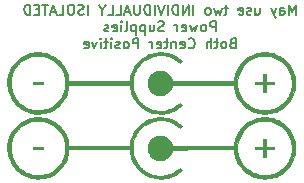
<source format=gbr>
%TF.GenerationSoftware,KiCad,Pcbnew,(5.1.8)-1*%
%TF.CreationDate,2021-09-14T11:30:17-04:00*%
%TF.ProjectId,ModularPreamp,4d6f6475-6c61-4725-9072-65616d702e6b,rev?*%
%TF.SameCoordinates,Original*%
%TF.FileFunction,Legend,Bot*%
%TF.FilePolarity,Positive*%
%FSLAX46Y46*%
G04 Gerber Fmt 4.6, Leading zero omitted, Abs format (unit mm)*
G04 Created by KiCad (PCBNEW (5.1.8)-1) date 2021-09-14 11:30:17*
%MOMM*%
%LPD*%
G01*
G04 APERTURE LIST*
%ADD10C,0.150000*%
%ADD11C,0.010000*%
G04 APERTURE END LIST*
D10*
X126475000Y-25709523D02*
X126475000Y-24859523D01*
X126191666Y-25466666D01*
X125908333Y-24859523D01*
X125908333Y-25709523D01*
X125139285Y-25709523D02*
X125139285Y-25264285D01*
X125179761Y-25183333D01*
X125260714Y-25142857D01*
X125422619Y-25142857D01*
X125503571Y-25183333D01*
X125139285Y-25669047D02*
X125220238Y-25709523D01*
X125422619Y-25709523D01*
X125503571Y-25669047D01*
X125544047Y-25588095D01*
X125544047Y-25507142D01*
X125503571Y-25426190D01*
X125422619Y-25385714D01*
X125220238Y-25385714D01*
X125139285Y-25345238D01*
X124815476Y-25142857D02*
X124613095Y-25709523D01*
X124410714Y-25142857D02*
X124613095Y-25709523D01*
X124694047Y-25911904D01*
X124734523Y-25952380D01*
X124815476Y-25992857D01*
X123075000Y-25142857D02*
X123075000Y-25709523D01*
X123439285Y-25142857D02*
X123439285Y-25588095D01*
X123398809Y-25669047D01*
X123317857Y-25709523D01*
X123196428Y-25709523D01*
X123115476Y-25669047D01*
X123075000Y-25628571D01*
X122710714Y-25669047D02*
X122629761Y-25709523D01*
X122467857Y-25709523D01*
X122386904Y-25669047D01*
X122346428Y-25588095D01*
X122346428Y-25547619D01*
X122386904Y-25466666D01*
X122467857Y-25426190D01*
X122589285Y-25426190D01*
X122670238Y-25385714D01*
X122710714Y-25304761D01*
X122710714Y-25264285D01*
X122670238Y-25183333D01*
X122589285Y-25142857D01*
X122467857Y-25142857D01*
X122386904Y-25183333D01*
X121658333Y-25669047D02*
X121739285Y-25709523D01*
X121901190Y-25709523D01*
X121982142Y-25669047D01*
X122022619Y-25588095D01*
X122022619Y-25264285D01*
X121982142Y-25183333D01*
X121901190Y-25142857D01*
X121739285Y-25142857D01*
X121658333Y-25183333D01*
X121617857Y-25264285D01*
X121617857Y-25345238D01*
X122022619Y-25426190D01*
X120727380Y-25142857D02*
X120403571Y-25142857D01*
X120605952Y-24859523D02*
X120605952Y-25588095D01*
X120565476Y-25669047D01*
X120484523Y-25709523D01*
X120403571Y-25709523D01*
X120201190Y-25142857D02*
X120039285Y-25709523D01*
X119877380Y-25304761D01*
X119715476Y-25709523D01*
X119553571Y-25142857D01*
X119108333Y-25709523D02*
X119189285Y-25669047D01*
X119229761Y-25628571D01*
X119270238Y-25547619D01*
X119270238Y-25304761D01*
X119229761Y-25223809D01*
X119189285Y-25183333D01*
X119108333Y-25142857D01*
X118986904Y-25142857D01*
X118905952Y-25183333D01*
X118865476Y-25223809D01*
X118825000Y-25304761D01*
X118825000Y-25547619D01*
X118865476Y-25628571D01*
X118905952Y-25669047D01*
X118986904Y-25709523D01*
X119108333Y-25709523D01*
X117813095Y-25709523D02*
X117813095Y-24859523D01*
X117408333Y-25709523D02*
X117408333Y-24859523D01*
X116922619Y-25709523D01*
X116922619Y-24859523D01*
X116517857Y-25709523D02*
X116517857Y-24859523D01*
X116315476Y-24859523D01*
X116194047Y-24900000D01*
X116113095Y-24980952D01*
X116072619Y-25061904D01*
X116032142Y-25223809D01*
X116032142Y-25345238D01*
X116072619Y-25507142D01*
X116113095Y-25588095D01*
X116194047Y-25669047D01*
X116315476Y-25709523D01*
X116517857Y-25709523D01*
X115667857Y-25709523D02*
X115667857Y-24859523D01*
X115384523Y-24859523D02*
X115101190Y-25709523D01*
X114817857Y-24859523D01*
X114534523Y-25709523D02*
X114534523Y-24859523D01*
X114129761Y-25709523D02*
X114129761Y-24859523D01*
X113927380Y-24859523D01*
X113805952Y-24900000D01*
X113725000Y-24980952D01*
X113684523Y-25061904D01*
X113644047Y-25223809D01*
X113644047Y-25345238D01*
X113684523Y-25507142D01*
X113725000Y-25588095D01*
X113805952Y-25669047D01*
X113927380Y-25709523D01*
X114129761Y-25709523D01*
X113279761Y-24859523D02*
X113279761Y-25547619D01*
X113239285Y-25628571D01*
X113198809Y-25669047D01*
X113117857Y-25709523D01*
X112955952Y-25709523D01*
X112875000Y-25669047D01*
X112834523Y-25628571D01*
X112794047Y-25547619D01*
X112794047Y-24859523D01*
X112429761Y-25466666D02*
X112025000Y-25466666D01*
X112510714Y-25709523D02*
X112227380Y-24859523D01*
X111944047Y-25709523D01*
X111255952Y-25709523D02*
X111660714Y-25709523D01*
X111660714Y-24859523D01*
X110567857Y-25709523D02*
X110972619Y-25709523D01*
X110972619Y-24859523D01*
X110122619Y-25304761D02*
X110122619Y-25709523D01*
X110405952Y-24859523D02*
X110122619Y-25304761D01*
X109839285Y-24859523D01*
X108908333Y-25709523D02*
X108908333Y-24859523D01*
X108544047Y-25669047D02*
X108422619Y-25709523D01*
X108220238Y-25709523D01*
X108139285Y-25669047D01*
X108098809Y-25628571D01*
X108058333Y-25547619D01*
X108058333Y-25466666D01*
X108098809Y-25385714D01*
X108139285Y-25345238D01*
X108220238Y-25304761D01*
X108382142Y-25264285D01*
X108463095Y-25223809D01*
X108503571Y-25183333D01*
X108544047Y-25102380D01*
X108544047Y-25021428D01*
X108503571Y-24940476D01*
X108463095Y-24900000D01*
X108382142Y-24859523D01*
X108179761Y-24859523D01*
X108058333Y-24900000D01*
X107532142Y-24859523D02*
X107370238Y-24859523D01*
X107289285Y-24900000D01*
X107208333Y-24980952D01*
X107167857Y-25142857D01*
X107167857Y-25426190D01*
X107208333Y-25588095D01*
X107289285Y-25669047D01*
X107370238Y-25709523D01*
X107532142Y-25709523D01*
X107613095Y-25669047D01*
X107694047Y-25588095D01*
X107734523Y-25426190D01*
X107734523Y-25142857D01*
X107694047Y-24980952D01*
X107613095Y-24900000D01*
X107532142Y-24859523D01*
X106398809Y-25709523D02*
X106803571Y-25709523D01*
X106803571Y-24859523D01*
X106155952Y-25466666D02*
X105751190Y-25466666D01*
X106236904Y-25709523D02*
X105953571Y-24859523D01*
X105670238Y-25709523D01*
X105508333Y-24859523D02*
X105022619Y-24859523D01*
X105265476Y-25709523D02*
X105265476Y-24859523D01*
X104739285Y-25264285D02*
X104455952Y-25264285D01*
X104334523Y-25709523D02*
X104739285Y-25709523D01*
X104739285Y-24859523D01*
X104334523Y-24859523D01*
X103970238Y-25709523D02*
X103970238Y-24859523D01*
X103767857Y-24859523D01*
X103646428Y-24900000D01*
X103565476Y-24980952D01*
X103525000Y-25061904D01*
X103484523Y-25223809D01*
X103484523Y-25345238D01*
X103525000Y-25507142D01*
X103565476Y-25588095D01*
X103646428Y-25669047D01*
X103767857Y-25709523D01*
X103970238Y-25709523D01*
X119695238Y-27134523D02*
X119695238Y-26284523D01*
X119371428Y-26284523D01*
X119290476Y-26325000D01*
X119250000Y-26365476D01*
X119209523Y-26446428D01*
X119209523Y-26567857D01*
X119250000Y-26648809D01*
X119290476Y-26689285D01*
X119371428Y-26729761D01*
X119695238Y-26729761D01*
X118723809Y-27134523D02*
X118804761Y-27094047D01*
X118845238Y-27053571D01*
X118885714Y-26972619D01*
X118885714Y-26729761D01*
X118845238Y-26648809D01*
X118804761Y-26608333D01*
X118723809Y-26567857D01*
X118602380Y-26567857D01*
X118521428Y-26608333D01*
X118480952Y-26648809D01*
X118440476Y-26729761D01*
X118440476Y-26972619D01*
X118480952Y-27053571D01*
X118521428Y-27094047D01*
X118602380Y-27134523D01*
X118723809Y-27134523D01*
X118157142Y-26567857D02*
X117995238Y-27134523D01*
X117833333Y-26729761D01*
X117671428Y-27134523D01*
X117509523Y-26567857D01*
X116861904Y-27094047D02*
X116942857Y-27134523D01*
X117104761Y-27134523D01*
X117185714Y-27094047D01*
X117226190Y-27013095D01*
X117226190Y-26689285D01*
X117185714Y-26608333D01*
X117104761Y-26567857D01*
X116942857Y-26567857D01*
X116861904Y-26608333D01*
X116821428Y-26689285D01*
X116821428Y-26770238D01*
X117226190Y-26851190D01*
X116457142Y-27134523D02*
X116457142Y-26567857D01*
X116457142Y-26729761D02*
X116416666Y-26648809D01*
X116376190Y-26608333D01*
X116295238Y-26567857D01*
X116214285Y-26567857D01*
X115323809Y-27094047D02*
X115202380Y-27134523D01*
X115000000Y-27134523D01*
X114919047Y-27094047D01*
X114878571Y-27053571D01*
X114838095Y-26972619D01*
X114838095Y-26891666D01*
X114878571Y-26810714D01*
X114919047Y-26770238D01*
X115000000Y-26729761D01*
X115161904Y-26689285D01*
X115242857Y-26648809D01*
X115283333Y-26608333D01*
X115323809Y-26527380D01*
X115323809Y-26446428D01*
X115283333Y-26365476D01*
X115242857Y-26325000D01*
X115161904Y-26284523D01*
X114959523Y-26284523D01*
X114838095Y-26325000D01*
X114109523Y-26567857D02*
X114109523Y-27134523D01*
X114473809Y-26567857D02*
X114473809Y-27013095D01*
X114433333Y-27094047D01*
X114352380Y-27134523D01*
X114230952Y-27134523D01*
X114150000Y-27094047D01*
X114109523Y-27053571D01*
X113704761Y-26567857D02*
X113704761Y-27417857D01*
X113704761Y-26608333D02*
X113623809Y-26567857D01*
X113461904Y-26567857D01*
X113380952Y-26608333D01*
X113340476Y-26648809D01*
X113300000Y-26729761D01*
X113300000Y-26972619D01*
X113340476Y-27053571D01*
X113380952Y-27094047D01*
X113461904Y-27134523D01*
X113623809Y-27134523D01*
X113704761Y-27094047D01*
X112935714Y-26567857D02*
X112935714Y-27417857D01*
X112935714Y-26608333D02*
X112854761Y-26567857D01*
X112692857Y-26567857D01*
X112611904Y-26608333D01*
X112571428Y-26648809D01*
X112530952Y-26729761D01*
X112530952Y-26972619D01*
X112571428Y-27053571D01*
X112611904Y-27094047D01*
X112692857Y-27134523D01*
X112854761Y-27134523D01*
X112935714Y-27094047D01*
X112045238Y-27134523D02*
X112126190Y-27094047D01*
X112166666Y-27013095D01*
X112166666Y-26284523D01*
X111721428Y-27134523D02*
X111721428Y-26567857D01*
X111721428Y-26284523D02*
X111761904Y-26325000D01*
X111721428Y-26365476D01*
X111680952Y-26325000D01*
X111721428Y-26284523D01*
X111721428Y-26365476D01*
X110992857Y-27094047D02*
X111073809Y-27134523D01*
X111235714Y-27134523D01*
X111316666Y-27094047D01*
X111357142Y-27013095D01*
X111357142Y-26689285D01*
X111316666Y-26608333D01*
X111235714Y-26567857D01*
X111073809Y-26567857D01*
X110992857Y-26608333D01*
X110952380Y-26689285D01*
X110952380Y-26770238D01*
X111357142Y-26851190D01*
X110628571Y-27094047D02*
X110547619Y-27134523D01*
X110385714Y-27134523D01*
X110304761Y-27094047D01*
X110264285Y-27013095D01*
X110264285Y-26972619D01*
X110304761Y-26891666D01*
X110385714Y-26851190D01*
X110507142Y-26851190D01*
X110588095Y-26810714D01*
X110628571Y-26729761D01*
X110628571Y-26689285D01*
X110588095Y-26608333D01*
X110507142Y-26567857D01*
X110385714Y-26567857D01*
X110304761Y-26608333D01*
X121132142Y-28114285D02*
X121010714Y-28154761D01*
X120970238Y-28195238D01*
X120929761Y-28276190D01*
X120929761Y-28397619D01*
X120970238Y-28478571D01*
X121010714Y-28519047D01*
X121091666Y-28559523D01*
X121415476Y-28559523D01*
X121415476Y-27709523D01*
X121132142Y-27709523D01*
X121051190Y-27750000D01*
X121010714Y-27790476D01*
X120970238Y-27871428D01*
X120970238Y-27952380D01*
X121010714Y-28033333D01*
X121051190Y-28073809D01*
X121132142Y-28114285D01*
X121415476Y-28114285D01*
X120444047Y-28559523D02*
X120525000Y-28519047D01*
X120565476Y-28478571D01*
X120605952Y-28397619D01*
X120605952Y-28154761D01*
X120565476Y-28073809D01*
X120525000Y-28033333D01*
X120444047Y-27992857D01*
X120322619Y-27992857D01*
X120241666Y-28033333D01*
X120201190Y-28073809D01*
X120160714Y-28154761D01*
X120160714Y-28397619D01*
X120201190Y-28478571D01*
X120241666Y-28519047D01*
X120322619Y-28559523D01*
X120444047Y-28559523D01*
X119917857Y-27992857D02*
X119594047Y-27992857D01*
X119796428Y-27709523D02*
X119796428Y-28438095D01*
X119755952Y-28519047D01*
X119675000Y-28559523D01*
X119594047Y-28559523D01*
X119310714Y-28559523D02*
X119310714Y-27709523D01*
X118946428Y-28559523D02*
X118946428Y-28114285D01*
X118986904Y-28033333D01*
X119067857Y-27992857D01*
X119189285Y-27992857D01*
X119270238Y-28033333D01*
X119310714Y-28073809D01*
X117408333Y-28478571D02*
X117448809Y-28519047D01*
X117570238Y-28559523D01*
X117651190Y-28559523D01*
X117772619Y-28519047D01*
X117853571Y-28438095D01*
X117894047Y-28357142D01*
X117934523Y-28195238D01*
X117934523Y-28073809D01*
X117894047Y-27911904D01*
X117853571Y-27830952D01*
X117772619Y-27750000D01*
X117651190Y-27709523D01*
X117570238Y-27709523D01*
X117448809Y-27750000D01*
X117408333Y-27790476D01*
X116720238Y-28519047D02*
X116801190Y-28559523D01*
X116963095Y-28559523D01*
X117044047Y-28519047D01*
X117084523Y-28438095D01*
X117084523Y-28114285D01*
X117044047Y-28033333D01*
X116963095Y-27992857D01*
X116801190Y-27992857D01*
X116720238Y-28033333D01*
X116679761Y-28114285D01*
X116679761Y-28195238D01*
X117084523Y-28276190D01*
X116315476Y-27992857D02*
X116315476Y-28559523D01*
X116315476Y-28073809D02*
X116275000Y-28033333D01*
X116194047Y-27992857D01*
X116072619Y-27992857D01*
X115991666Y-28033333D01*
X115951190Y-28114285D01*
X115951190Y-28559523D01*
X115667857Y-27992857D02*
X115344047Y-27992857D01*
X115546428Y-27709523D02*
X115546428Y-28438095D01*
X115505952Y-28519047D01*
X115425000Y-28559523D01*
X115344047Y-28559523D01*
X114736904Y-28519047D02*
X114817857Y-28559523D01*
X114979761Y-28559523D01*
X115060714Y-28519047D01*
X115101190Y-28438095D01*
X115101190Y-28114285D01*
X115060714Y-28033333D01*
X114979761Y-27992857D01*
X114817857Y-27992857D01*
X114736904Y-28033333D01*
X114696428Y-28114285D01*
X114696428Y-28195238D01*
X115101190Y-28276190D01*
X114332142Y-28559523D02*
X114332142Y-27992857D01*
X114332142Y-28154761D02*
X114291666Y-28073809D01*
X114251190Y-28033333D01*
X114170238Y-27992857D01*
X114089285Y-27992857D01*
X113158333Y-28559523D02*
X113158333Y-27709523D01*
X112834523Y-27709523D01*
X112753571Y-27750000D01*
X112713095Y-27790476D01*
X112672619Y-27871428D01*
X112672619Y-27992857D01*
X112713095Y-28073809D01*
X112753571Y-28114285D01*
X112834523Y-28154761D01*
X113158333Y-28154761D01*
X112186904Y-28559523D02*
X112267857Y-28519047D01*
X112308333Y-28478571D01*
X112348809Y-28397619D01*
X112348809Y-28154761D01*
X112308333Y-28073809D01*
X112267857Y-28033333D01*
X112186904Y-27992857D01*
X112065476Y-27992857D01*
X111984523Y-28033333D01*
X111944047Y-28073809D01*
X111903571Y-28154761D01*
X111903571Y-28397619D01*
X111944047Y-28478571D01*
X111984523Y-28519047D01*
X112065476Y-28559523D01*
X112186904Y-28559523D01*
X111579761Y-28519047D02*
X111498809Y-28559523D01*
X111336904Y-28559523D01*
X111255952Y-28519047D01*
X111215476Y-28438095D01*
X111215476Y-28397619D01*
X111255952Y-28316666D01*
X111336904Y-28276190D01*
X111458333Y-28276190D01*
X111539285Y-28235714D01*
X111579761Y-28154761D01*
X111579761Y-28114285D01*
X111539285Y-28033333D01*
X111458333Y-27992857D01*
X111336904Y-27992857D01*
X111255952Y-28033333D01*
X110851190Y-28559523D02*
X110851190Y-27992857D01*
X110851190Y-27709523D02*
X110891666Y-27750000D01*
X110851190Y-27790476D01*
X110810714Y-27750000D01*
X110851190Y-27709523D01*
X110851190Y-27790476D01*
X110567857Y-27992857D02*
X110244047Y-27992857D01*
X110446428Y-27709523D02*
X110446428Y-28438095D01*
X110405952Y-28519047D01*
X110325000Y-28559523D01*
X110244047Y-28559523D01*
X109960714Y-28559523D02*
X109960714Y-27992857D01*
X109960714Y-27709523D02*
X110001190Y-27750000D01*
X109960714Y-27790476D01*
X109920238Y-27750000D01*
X109960714Y-27709523D01*
X109960714Y-27790476D01*
X109636904Y-27992857D02*
X109434523Y-28559523D01*
X109232142Y-27992857D01*
X108584523Y-28519047D02*
X108665476Y-28559523D01*
X108827380Y-28559523D01*
X108908333Y-28519047D01*
X108948809Y-28438095D01*
X108948809Y-28114285D01*
X108908333Y-28033333D01*
X108827380Y-27992857D01*
X108665476Y-27992857D01*
X108584523Y-28033333D01*
X108544047Y-28114285D01*
X108544047Y-28195238D01*
X108948809Y-28276190D01*
D11*
%TO.C,U8*%
G36*
X115139160Y-39588972D02*
G01*
X115213692Y-39585898D01*
X115255298Y-39582694D01*
X115467331Y-39554180D01*
X115672728Y-39510088D01*
X115871503Y-39450412D01*
X116063671Y-39375147D01*
X116249245Y-39284287D01*
X116428238Y-39177825D01*
X116600664Y-39055755D01*
X116766537Y-38918072D01*
X116767575Y-38917142D01*
X116859451Y-38834856D01*
X116774674Y-38750078D01*
X116689896Y-38665300D01*
X116606598Y-38739925D01*
X116449066Y-38870136D01*
X116284243Y-38985079D01*
X116112250Y-39084698D01*
X115933209Y-39168934D01*
X115747242Y-39237732D01*
X115554472Y-39291033D01*
X115355019Y-39328780D01*
X115350292Y-39329474D01*
X115281687Y-39337475D01*
X115201889Y-39343479D01*
X115115190Y-39347426D01*
X115025880Y-39349253D01*
X114938248Y-39348901D01*
X114856586Y-39346307D01*
X114785183Y-39341411D01*
X114753766Y-39337965D01*
X114550858Y-39304101D01*
X114356300Y-39255622D01*
X114169489Y-39192286D01*
X113989820Y-39113848D01*
X113816688Y-39020067D01*
X113649490Y-38910698D01*
X113598066Y-38873063D01*
X113548396Y-38833268D01*
X113491234Y-38783325D01*
X113429533Y-38726168D01*
X113366248Y-38664729D01*
X113304331Y-38601941D01*
X113246735Y-38540735D01*
X113196413Y-38484045D01*
X113156318Y-38434803D01*
X113155044Y-38433129D01*
X113040338Y-38268296D01*
X112940748Y-38096546D01*
X112856413Y-37918786D01*
X112787471Y-37735920D01*
X112734061Y-37548853D01*
X112696321Y-37358489D01*
X112674389Y-37165733D01*
X112668403Y-36971490D01*
X112678503Y-36776665D01*
X112704825Y-36582162D01*
X112747510Y-36388887D01*
X112806694Y-36197743D01*
X112811249Y-36185047D01*
X112859172Y-36066432D01*
X112918450Y-35942444D01*
X112986599Y-35817474D01*
X113061137Y-35695909D01*
X113139581Y-35582139D01*
X113188376Y-35518334D01*
X113263261Y-35431011D01*
X113350013Y-35340860D01*
X113444797Y-35251392D01*
X113543777Y-35166118D01*
X113643119Y-35088550D01*
X113708133Y-35042527D01*
X113874727Y-34940013D01*
X114048164Y-34852536D01*
X114227369Y-34780167D01*
X114411266Y-34722974D01*
X114598780Y-34681028D01*
X114788835Y-34654399D01*
X114980355Y-34643157D01*
X115172265Y-34647371D01*
X115363490Y-34667111D01*
X115552953Y-34702447D01*
X115739579Y-34753449D01*
X115922292Y-34820187D01*
X116072998Y-34888977D01*
X116194620Y-34954801D01*
X116315098Y-35029383D01*
X116430308Y-35109876D01*
X116536126Y-35193433D01*
X116611085Y-35260417D01*
X116685398Y-35331135D01*
X116771449Y-35244790D01*
X116857501Y-35158444D01*
X116765245Y-35075184D01*
X116602649Y-34939121D01*
X116433371Y-34818490D01*
X116257078Y-34713137D01*
X116073437Y-34622908D01*
X115882113Y-34547648D01*
X115682773Y-34487204D01*
X115475083Y-34441422D01*
X115346433Y-34420942D01*
X115284079Y-34414313D01*
X115209186Y-34409464D01*
X115125740Y-34406398D01*
X115037726Y-34405117D01*
X114949130Y-34405625D01*
X114863936Y-34407923D01*
X114786130Y-34412014D01*
X114719697Y-34417901D01*
X114698733Y-34420543D01*
X114485840Y-34458315D01*
X114280048Y-34511163D01*
X114081770Y-34578881D01*
X113891421Y-34661262D01*
X113709417Y-34758097D01*
X113536172Y-34869180D01*
X113372101Y-34994303D01*
X113217619Y-35133258D01*
X113162033Y-35189110D01*
X113019873Y-35347867D01*
X112892902Y-35514049D01*
X112781089Y-35687724D01*
X112684402Y-35868961D01*
X112602811Y-36057828D01*
X112536285Y-36254394D01*
X112484791Y-36458728D01*
X112448300Y-36670900D01*
X112433489Y-36803150D01*
X112427948Y-36864534D01*
X107251107Y-36864534D01*
X107236525Y-36730138D01*
X107206388Y-36522240D01*
X107161806Y-36322603D01*
X107102375Y-36130021D01*
X107027692Y-35943291D01*
X106937352Y-35761210D01*
X106876204Y-35654909D01*
X106760647Y-35480077D01*
X106632315Y-35316136D01*
X106491821Y-35163650D01*
X106339780Y-35023181D01*
X106176805Y-34895294D01*
X106003509Y-34780550D01*
X105820506Y-34679512D01*
X105804499Y-34671563D01*
X105647081Y-34599236D01*
X105493751Y-34539880D01*
X105339790Y-34492055D01*
X105180482Y-34454319D01*
X105011109Y-34425230D01*
X104987466Y-34421921D01*
X104940632Y-34416903D01*
X104880988Y-34412595D01*
X104812401Y-34409090D01*
X104738742Y-34406481D01*
X104663879Y-34404859D01*
X104591681Y-34404317D01*
X104526016Y-34404947D01*
X104470753Y-34406843D01*
X104441366Y-34408876D01*
X104229704Y-34436443D01*
X104023685Y-34479814D01*
X103823910Y-34538631D01*
X103630978Y-34612534D01*
X103445488Y-34701163D01*
X103268038Y-34804159D01*
X103099229Y-34921162D01*
X102939658Y-35051814D01*
X102789926Y-35195754D01*
X102650632Y-35352623D01*
X102522374Y-35522062D01*
X102478856Y-35586313D01*
X102374960Y-35759675D01*
X102285429Y-35941193D01*
X102210532Y-36129643D01*
X102150535Y-36323800D01*
X102105706Y-36522441D01*
X102076314Y-36724341D01*
X102062626Y-36928276D01*
X102064209Y-37070292D01*
X102340714Y-37070292D01*
X102342381Y-36883892D01*
X102359078Y-36697724D01*
X102390890Y-36512732D01*
X102437897Y-36329860D01*
X102500183Y-36150053D01*
X102577829Y-35974256D01*
X102670917Y-35803411D01*
X102736102Y-35700864D01*
X102792209Y-35620687D01*
X102848548Y-35547430D01*
X102909007Y-35476420D01*
X102977469Y-35402987D01*
X103018541Y-35361275D01*
X103089916Y-35291810D01*
X103156123Y-35231916D01*
X103222073Y-35177560D01*
X103292678Y-35124706D01*
X103372849Y-35069321D01*
X103378800Y-35065342D01*
X103545626Y-34963843D01*
X103718948Y-34877754D01*
X103899156Y-34806933D01*
X104086641Y-34751238D01*
X104281795Y-34710529D01*
X104411733Y-34692178D01*
X104476349Y-34686797D01*
X104553353Y-34683820D01*
X104638383Y-34683149D01*
X104727080Y-34684685D01*
X104815082Y-34688332D01*
X104898030Y-34693990D01*
X104971563Y-34701562D01*
X104999056Y-34705360D01*
X105191512Y-34742872D01*
X105378072Y-34795763D01*
X105558001Y-34863365D01*
X105730569Y-34945010D01*
X105895041Y-35040030D01*
X106050685Y-35147758D01*
X106196768Y-35267526D01*
X106332557Y-35398666D01*
X106457319Y-35540511D01*
X106570323Y-35692392D01*
X106670833Y-35853642D01*
X106758119Y-36023592D01*
X106831447Y-36201576D01*
X106890083Y-36386926D01*
X106904050Y-36441200D01*
X106920870Y-36512031D01*
X106934303Y-36574297D01*
X106944712Y-36631401D01*
X106952460Y-36686746D01*
X106957911Y-36743733D01*
X106961428Y-36805768D01*
X106963374Y-36876251D01*
X106964111Y-36958586D01*
X106964142Y-37004234D01*
X106963913Y-37079096D01*
X106963320Y-37139866D01*
X106962210Y-37189383D01*
X106960428Y-37230487D01*
X106957819Y-37266018D01*
X106954231Y-37298816D01*
X106949508Y-37331720D01*
X106944843Y-37359834D01*
X106915288Y-37508987D01*
X106879519Y-37647080D01*
X106835839Y-37779374D01*
X106782549Y-37911129D01*
X106731582Y-38020234D01*
X106656127Y-38163030D01*
X106575982Y-38293162D01*
X106488158Y-38414811D01*
X106389662Y-38532161D01*
X106292061Y-38634915D01*
X106145612Y-38769760D01*
X105989877Y-38890538D01*
X105825384Y-38996982D01*
X105652659Y-39088826D01*
X105472229Y-39165803D01*
X105284622Y-39227646D01*
X105090363Y-39274090D01*
X104995933Y-39290675D01*
X104936897Y-39297873D01*
X104865121Y-39303449D01*
X104784725Y-39307341D01*
X104699830Y-39309489D01*
X104614557Y-39309828D01*
X104533028Y-39308298D01*
X104459362Y-39304836D01*
X104400049Y-39299659D01*
X104200746Y-39268328D01*
X104008077Y-39221440D01*
X103822312Y-39159125D01*
X103643718Y-39081518D01*
X103472564Y-38988749D01*
X103309117Y-38880951D01*
X103153647Y-38758258D01*
X103006420Y-38620800D01*
X102988584Y-38602560D01*
X102858663Y-38456557D01*
X102743034Y-38302288D01*
X102641780Y-38140699D01*
X102554981Y-37972732D01*
X102482722Y-37799333D01*
X102425084Y-37621446D01*
X102382148Y-37440013D01*
X102353997Y-37255981D01*
X102340714Y-37070292D01*
X102064209Y-37070292D01*
X102064909Y-37133021D01*
X102083431Y-37337352D01*
X102088298Y-37372534D01*
X102126460Y-37576584D01*
X102180718Y-37776135D01*
X102250622Y-37970288D01*
X102335722Y-38158145D01*
X102435567Y-38338805D01*
X102549707Y-38511370D01*
X102677692Y-38674940D01*
X102815759Y-38825287D01*
X102970109Y-38968928D01*
X103133695Y-39098505D01*
X103305912Y-39213735D01*
X103486153Y-39314330D01*
X103673810Y-39400007D01*
X103868278Y-39470481D01*
X104068949Y-39525466D01*
X104275217Y-39564677D01*
X104428666Y-39583149D01*
X104497650Y-39587565D01*
X104578705Y-39589640D01*
X104667322Y-39589504D01*
X104758995Y-39587286D01*
X104849216Y-39583116D01*
X104933477Y-39577124D01*
X105007271Y-39569439D01*
X105034033Y-39565741D01*
X105215583Y-39531506D01*
X105396324Y-39484272D01*
X105572806Y-39425200D01*
X105741578Y-39355449D01*
X105899187Y-39276181D01*
X105905352Y-39272750D01*
X106086165Y-39162277D01*
X106255746Y-39039526D01*
X106413646Y-38905194D01*
X106559414Y-38759979D01*
X106692601Y-38604577D01*
X106812758Y-38439687D01*
X106919433Y-38266006D01*
X107012178Y-38084231D01*
X107090542Y-37895061D01*
X107154076Y-37699192D01*
X107202330Y-37497321D01*
X107234854Y-37290148D01*
X107244118Y-37196850D01*
X107249829Y-37127001D01*
X109839025Y-37127000D01*
X112428221Y-37127000D01*
X112433830Y-37192617D01*
X112460113Y-37404236D01*
X112502224Y-37611089D01*
X112559861Y-37812412D01*
X112632725Y-38007443D01*
X112720516Y-38195417D01*
X112822934Y-38375570D01*
X112939679Y-38547140D01*
X112993451Y-38617134D01*
X113028054Y-38658132D01*
X113072735Y-38707336D01*
X113124691Y-38761963D01*
X113181118Y-38819230D01*
X113239211Y-38876353D01*
X113296166Y-38930550D01*
X113349178Y-38979038D01*
X113395444Y-39019033D01*
X113411800Y-39032320D01*
X113580850Y-39155672D01*
X113757902Y-39264110D01*
X113942879Y-39357599D01*
X114135702Y-39436106D01*
X114336293Y-39499598D01*
X114544575Y-39548041D01*
X114652166Y-39566699D01*
X114716415Y-39574684D01*
X114793206Y-39581113D01*
X114878206Y-39585871D01*
X114967086Y-39588843D01*
X115055514Y-39589915D01*
X115139160Y-39588972D01*
G37*
X115139160Y-39588972D02*
X115213692Y-39585898D01*
X115255298Y-39582694D01*
X115467331Y-39554180D01*
X115672728Y-39510088D01*
X115871503Y-39450412D01*
X116063671Y-39375147D01*
X116249245Y-39284287D01*
X116428238Y-39177825D01*
X116600664Y-39055755D01*
X116766537Y-38918072D01*
X116767575Y-38917142D01*
X116859451Y-38834856D01*
X116774674Y-38750078D01*
X116689896Y-38665300D01*
X116606598Y-38739925D01*
X116449066Y-38870136D01*
X116284243Y-38985079D01*
X116112250Y-39084698D01*
X115933209Y-39168934D01*
X115747242Y-39237732D01*
X115554472Y-39291033D01*
X115355019Y-39328780D01*
X115350292Y-39329474D01*
X115281687Y-39337475D01*
X115201889Y-39343479D01*
X115115190Y-39347426D01*
X115025880Y-39349253D01*
X114938248Y-39348901D01*
X114856586Y-39346307D01*
X114785183Y-39341411D01*
X114753766Y-39337965D01*
X114550858Y-39304101D01*
X114356300Y-39255622D01*
X114169489Y-39192286D01*
X113989820Y-39113848D01*
X113816688Y-39020067D01*
X113649490Y-38910698D01*
X113598066Y-38873063D01*
X113548396Y-38833268D01*
X113491234Y-38783325D01*
X113429533Y-38726168D01*
X113366248Y-38664729D01*
X113304331Y-38601941D01*
X113246735Y-38540735D01*
X113196413Y-38484045D01*
X113156318Y-38434803D01*
X113155044Y-38433129D01*
X113040338Y-38268296D01*
X112940748Y-38096546D01*
X112856413Y-37918786D01*
X112787471Y-37735920D01*
X112734061Y-37548853D01*
X112696321Y-37358489D01*
X112674389Y-37165733D01*
X112668403Y-36971490D01*
X112678503Y-36776665D01*
X112704825Y-36582162D01*
X112747510Y-36388887D01*
X112806694Y-36197743D01*
X112811249Y-36185047D01*
X112859172Y-36066432D01*
X112918450Y-35942444D01*
X112986599Y-35817474D01*
X113061137Y-35695909D01*
X113139581Y-35582139D01*
X113188376Y-35518334D01*
X113263261Y-35431011D01*
X113350013Y-35340860D01*
X113444797Y-35251392D01*
X113543777Y-35166118D01*
X113643119Y-35088550D01*
X113708133Y-35042527D01*
X113874727Y-34940013D01*
X114048164Y-34852536D01*
X114227369Y-34780167D01*
X114411266Y-34722974D01*
X114598780Y-34681028D01*
X114788835Y-34654399D01*
X114980355Y-34643157D01*
X115172265Y-34647371D01*
X115363490Y-34667111D01*
X115552953Y-34702447D01*
X115739579Y-34753449D01*
X115922292Y-34820187D01*
X116072998Y-34888977D01*
X116194620Y-34954801D01*
X116315098Y-35029383D01*
X116430308Y-35109876D01*
X116536126Y-35193433D01*
X116611085Y-35260417D01*
X116685398Y-35331135D01*
X116771449Y-35244790D01*
X116857501Y-35158444D01*
X116765245Y-35075184D01*
X116602649Y-34939121D01*
X116433371Y-34818490D01*
X116257078Y-34713137D01*
X116073437Y-34622908D01*
X115882113Y-34547648D01*
X115682773Y-34487204D01*
X115475083Y-34441422D01*
X115346433Y-34420942D01*
X115284079Y-34414313D01*
X115209186Y-34409464D01*
X115125740Y-34406398D01*
X115037726Y-34405117D01*
X114949130Y-34405625D01*
X114863936Y-34407923D01*
X114786130Y-34412014D01*
X114719697Y-34417901D01*
X114698733Y-34420543D01*
X114485840Y-34458315D01*
X114280048Y-34511163D01*
X114081770Y-34578881D01*
X113891421Y-34661262D01*
X113709417Y-34758097D01*
X113536172Y-34869180D01*
X113372101Y-34994303D01*
X113217619Y-35133258D01*
X113162033Y-35189110D01*
X113019873Y-35347867D01*
X112892902Y-35514049D01*
X112781089Y-35687724D01*
X112684402Y-35868961D01*
X112602811Y-36057828D01*
X112536285Y-36254394D01*
X112484791Y-36458728D01*
X112448300Y-36670900D01*
X112433489Y-36803150D01*
X112427948Y-36864534D01*
X107251107Y-36864534D01*
X107236525Y-36730138D01*
X107206388Y-36522240D01*
X107161806Y-36322603D01*
X107102375Y-36130021D01*
X107027692Y-35943291D01*
X106937352Y-35761210D01*
X106876204Y-35654909D01*
X106760647Y-35480077D01*
X106632315Y-35316136D01*
X106491821Y-35163650D01*
X106339780Y-35023181D01*
X106176805Y-34895294D01*
X106003509Y-34780550D01*
X105820506Y-34679512D01*
X105804499Y-34671563D01*
X105647081Y-34599236D01*
X105493751Y-34539880D01*
X105339790Y-34492055D01*
X105180482Y-34454319D01*
X105011109Y-34425230D01*
X104987466Y-34421921D01*
X104940632Y-34416903D01*
X104880988Y-34412595D01*
X104812401Y-34409090D01*
X104738742Y-34406481D01*
X104663879Y-34404859D01*
X104591681Y-34404317D01*
X104526016Y-34404947D01*
X104470753Y-34406843D01*
X104441366Y-34408876D01*
X104229704Y-34436443D01*
X104023685Y-34479814D01*
X103823910Y-34538631D01*
X103630978Y-34612534D01*
X103445488Y-34701163D01*
X103268038Y-34804159D01*
X103099229Y-34921162D01*
X102939658Y-35051814D01*
X102789926Y-35195754D01*
X102650632Y-35352623D01*
X102522374Y-35522062D01*
X102478856Y-35586313D01*
X102374960Y-35759675D01*
X102285429Y-35941193D01*
X102210532Y-36129643D01*
X102150535Y-36323800D01*
X102105706Y-36522441D01*
X102076314Y-36724341D01*
X102062626Y-36928276D01*
X102064209Y-37070292D01*
X102340714Y-37070292D01*
X102342381Y-36883892D01*
X102359078Y-36697724D01*
X102390890Y-36512732D01*
X102437897Y-36329860D01*
X102500183Y-36150053D01*
X102577829Y-35974256D01*
X102670917Y-35803411D01*
X102736102Y-35700864D01*
X102792209Y-35620687D01*
X102848548Y-35547430D01*
X102909007Y-35476420D01*
X102977469Y-35402987D01*
X103018541Y-35361275D01*
X103089916Y-35291810D01*
X103156123Y-35231916D01*
X103222073Y-35177560D01*
X103292678Y-35124706D01*
X103372849Y-35069321D01*
X103378800Y-35065342D01*
X103545626Y-34963843D01*
X103718948Y-34877754D01*
X103899156Y-34806933D01*
X104086641Y-34751238D01*
X104281795Y-34710529D01*
X104411733Y-34692178D01*
X104476349Y-34686797D01*
X104553353Y-34683820D01*
X104638383Y-34683149D01*
X104727080Y-34684685D01*
X104815082Y-34688332D01*
X104898030Y-34693990D01*
X104971563Y-34701562D01*
X104999056Y-34705360D01*
X105191512Y-34742872D01*
X105378072Y-34795763D01*
X105558001Y-34863365D01*
X105730569Y-34945010D01*
X105895041Y-35040030D01*
X106050685Y-35147758D01*
X106196768Y-35267526D01*
X106332557Y-35398666D01*
X106457319Y-35540511D01*
X106570323Y-35692392D01*
X106670833Y-35853642D01*
X106758119Y-36023592D01*
X106831447Y-36201576D01*
X106890083Y-36386926D01*
X106904050Y-36441200D01*
X106920870Y-36512031D01*
X106934303Y-36574297D01*
X106944712Y-36631401D01*
X106952460Y-36686746D01*
X106957911Y-36743733D01*
X106961428Y-36805768D01*
X106963374Y-36876251D01*
X106964111Y-36958586D01*
X106964142Y-37004234D01*
X106963913Y-37079096D01*
X106963320Y-37139866D01*
X106962210Y-37189383D01*
X106960428Y-37230487D01*
X106957819Y-37266018D01*
X106954231Y-37298816D01*
X106949508Y-37331720D01*
X106944843Y-37359834D01*
X106915288Y-37508987D01*
X106879519Y-37647080D01*
X106835839Y-37779374D01*
X106782549Y-37911129D01*
X106731582Y-38020234D01*
X106656127Y-38163030D01*
X106575982Y-38293162D01*
X106488158Y-38414811D01*
X106389662Y-38532161D01*
X106292061Y-38634915D01*
X106145612Y-38769760D01*
X105989877Y-38890538D01*
X105825384Y-38996982D01*
X105652659Y-39088826D01*
X105472229Y-39165803D01*
X105284622Y-39227646D01*
X105090363Y-39274090D01*
X104995933Y-39290675D01*
X104936897Y-39297873D01*
X104865121Y-39303449D01*
X104784725Y-39307341D01*
X104699830Y-39309489D01*
X104614557Y-39309828D01*
X104533028Y-39308298D01*
X104459362Y-39304836D01*
X104400049Y-39299659D01*
X104200746Y-39268328D01*
X104008077Y-39221440D01*
X103822312Y-39159125D01*
X103643718Y-39081518D01*
X103472564Y-38988749D01*
X103309117Y-38880951D01*
X103153647Y-38758258D01*
X103006420Y-38620800D01*
X102988584Y-38602560D01*
X102858663Y-38456557D01*
X102743034Y-38302288D01*
X102641780Y-38140699D01*
X102554981Y-37972732D01*
X102482722Y-37799333D01*
X102425084Y-37621446D01*
X102382148Y-37440013D01*
X102353997Y-37255981D01*
X102340714Y-37070292D01*
X102064209Y-37070292D01*
X102064909Y-37133021D01*
X102083431Y-37337352D01*
X102088298Y-37372534D01*
X102126460Y-37576584D01*
X102180718Y-37776135D01*
X102250622Y-37970288D01*
X102335722Y-38158145D01*
X102435567Y-38338805D01*
X102549707Y-38511370D01*
X102677692Y-38674940D01*
X102815759Y-38825287D01*
X102970109Y-38968928D01*
X103133695Y-39098505D01*
X103305912Y-39213735D01*
X103486153Y-39314330D01*
X103673810Y-39400007D01*
X103868278Y-39470481D01*
X104068949Y-39525466D01*
X104275217Y-39564677D01*
X104428666Y-39583149D01*
X104497650Y-39587565D01*
X104578705Y-39589640D01*
X104667322Y-39589504D01*
X104758995Y-39587286D01*
X104849216Y-39583116D01*
X104933477Y-39577124D01*
X105007271Y-39569439D01*
X105034033Y-39565741D01*
X105215583Y-39531506D01*
X105396324Y-39484272D01*
X105572806Y-39425200D01*
X105741578Y-39355449D01*
X105899187Y-39276181D01*
X105905352Y-39272750D01*
X106086165Y-39162277D01*
X106255746Y-39039526D01*
X106413646Y-38905194D01*
X106559414Y-38759979D01*
X106692601Y-38604577D01*
X106812758Y-38439687D01*
X106919433Y-38266006D01*
X107012178Y-38084231D01*
X107090542Y-37895061D01*
X107154076Y-37699192D01*
X107202330Y-37497321D01*
X107234854Y-37290148D01*
X107244118Y-37196850D01*
X107249829Y-37127001D01*
X109839025Y-37127000D01*
X112428221Y-37127000D01*
X112433830Y-37192617D01*
X112460113Y-37404236D01*
X112502224Y-37611089D01*
X112559861Y-37812412D01*
X112632725Y-38007443D01*
X112720516Y-38195417D01*
X112822934Y-38375570D01*
X112939679Y-38547140D01*
X112993451Y-38617134D01*
X113028054Y-38658132D01*
X113072735Y-38707336D01*
X113124691Y-38761963D01*
X113181118Y-38819230D01*
X113239211Y-38876353D01*
X113296166Y-38930550D01*
X113349178Y-38979038D01*
X113395444Y-39019033D01*
X113411800Y-39032320D01*
X113580850Y-39155672D01*
X113757902Y-39264110D01*
X113942879Y-39357599D01*
X114135702Y-39436106D01*
X114336293Y-39499598D01*
X114544575Y-39548041D01*
X114652166Y-39566699D01*
X114716415Y-39574684D01*
X114793206Y-39581113D01*
X114878206Y-39585871D01*
X114967086Y-39588843D01*
X115055514Y-39589915D01*
X115139160Y-39588972D01*
G36*
X123927790Y-39585901D02*
G01*
X123990404Y-39585273D01*
X124041994Y-39584096D01*
X124085515Y-39582217D01*
X124123921Y-39579482D01*
X124160165Y-39575739D01*
X124197204Y-39570835D01*
X124223733Y-39566855D01*
X124413200Y-39530615D01*
X124599501Y-39481466D01*
X124779818Y-39420352D01*
X124951334Y-39348222D01*
X125099285Y-39272750D01*
X125280181Y-39162235D01*
X125449837Y-39039445D01*
X125607802Y-38905066D01*
X125753623Y-38759786D01*
X125886849Y-38604291D01*
X126007027Y-38439267D01*
X126113706Y-38265401D01*
X126206432Y-38083380D01*
X126284755Y-37893891D01*
X126348222Y-37697619D01*
X126396380Y-37495252D01*
X126428779Y-37287477D01*
X126433185Y-37246753D01*
X126437752Y-37184894D01*
X126440577Y-37110858D01*
X126441698Y-37029306D01*
X126441152Y-36944901D01*
X126438976Y-36862306D01*
X126435208Y-36786182D01*
X126429886Y-36721191D01*
X126428892Y-36712134D01*
X126396798Y-36504193D01*
X126349038Y-36301741D01*
X126286108Y-36105488D01*
X126208508Y-35916144D01*
X126116734Y-35734419D01*
X126011285Y-35561023D01*
X125892658Y-35396666D01*
X125761350Y-35242058D01*
X125617861Y-35097909D01*
X125462687Y-34964930D01*
X125296327Y-34843829D01*
X125119277Y-34735317D01*
X124998433Y-34671741D01*
X124841452Y-34599467D01*
X124688373Y-34540118D01*
X124534529Y-34492267D01*
X124375254Y-34454487D01*
X124205882Y-34425350D01*
X124181400Y-34421921D01*
X124133391Y-34416779D01*
X124072511Y-34412404D01*
X124002685Y-34408889D01*
X123927838Y-34406322D01*
X123851896Y-34404795D01*
X123778786Y-34404399D01*
X123712433Y-34405223D01*
X123656762Y-34407359D01*
X123631066Y-34409221D01*
X123421098Y-34436616D01*
X123216243Y-34479853D01*
X123017180Y-34538613D01*
X122824588Y-34612578D01*
X122639145Y-34701429D01*
X122461531Y-34804848D01*
X122292425Y-34922517D01*
X122132505Y-35054117D01*
X122012555Y-35168285D01*
X121945535Y-35237434D01*
X121888264Y-35299496D01*
X121837594Y-35358357D01*
X121790380Y-35417906D01*
X121743473Y-35482030D01*
X121693728Y-35554615D01*
X121666403Y-35595914D01*
X121631618Y-35652156D01*
X121593066Y-35719882D01*
X121552973Y-35794740D01*
X121513564Y-35872376D01*
X121477063Y-35948437D01*
X121445695Y-36018570D01*
X121426963Y-36064434D01*
X121375147Y-36214109D01*
X121331308Y-36372617D01*
X121296714Y-36534348D01*
X121272635Y-36693695D01*
X121263731Y-36786231D01*
X121257968Y-36864561D01*
X118637534Y-36862431D01*
X116017101Y-36860300D01*
X116002325Y-36788334D01*
X115969784Y-36665699D01*
X115923941Y-36551817D01*
X115863905Y-36445072D01*
X115788786Y-36343849D01*
X115710618Y-36259167D01*
X115614786Y-36173860D01*
X115514317Y-36103848D01*
X115406726Y-36047735D01*
X115289526Y-36004125D01*
X115224615Y-35986088D01*
X115187333Y-35977295D01*
X115154523Y-35971094D01*
X115121669Y-35967034D01*
X115084251Y-35964668D01*
X115037752Y-35963544D01*
X114995066Y-35963249D01*
X114922902Y-35963954D01*
X114862713Y-35967003D01*
X114809625Y-35973084D01*
X114758761Y-35982885D01*
X114705244Y-35997094D01*
X114663559Y-36010043D01*
X114545625Y-36057030D01*
X114433418Y-36119414D01*
X114328576Y-36196161D01*
X114242745Y-36275754D01*
X114154569Y-36377861D01*
X114082367Y-36485513D01*
X114025996Y-36599058D01*
X113985313Y-36718847D01*
X113960175Y-36845230D01*
X113955815Y-36904947D01*
X121536236Y-36904947D01*
X121552250Y-36710791D01*
X121584696Y-36516414D01*
X121612220Y-36399842D01*
X121669390Y-36215226D01*
X121742543Y-36035209D01*
X121831074Y-35860989D01*
X121934378Y-35693764D01*
X122044641Y-35543734D01*
X122081534Y-35500054D01*
X122128117Y-35448893D01*
X122181052Y-35393589D01*
X122237002Y-35337479D01*
X122292630Y-35283901D01*
X122344600Y-35236192D01*
X122389574Y-35197691D01*
X122394933Y-35193377D01*
X122557276Y-35074385D01*
X122726624Y-34970808D01*
X122902923Y-34882667D01*
X123086119Y-34809986D01*
X123276159Y-34752785D01*
X123472990Y-34711087D01*
X123605666Y-34692178D01*
X123670283Y-34686797D01*
X123747286Y-34683820D01*
X123832317Y-34683149D01*
X123921013Y-34684685D01*
X124009016Y-34688332D01*
X124091964Y-34693990D01*
X124165496Y-34701562D01*
X124192990Y-34705360D01*
X124388529Y-34743417D01*
X124578221Y-34797235D01*
X124761423Y-34866490D01*
X124937497Y-34950860D01*
X125105801Y-35050022D01*
X125265695Y-35163651D01*
X125416540Y-35291426D01*
X125485321Y-35357467D01*
X125619623Y-35503478D01*
X125740154Y-35659013D01*
X125846530Y-35823259D01*
X125938362Y-35995403D01*
X126015266Y-36174632D01*
X126076854Y-36360132D01*
X126122740Y-36551091D01*
X126152538Y-36746694D01*
X126154557Y-36765877D01*
X126159086Y-36828545D01*
X126161506Y-36902675D01*
X126161930Y-36984231D01*
X126160470Y-37069176D01*
X126157238Y-37153475D01*
X126152349Y-37233090D01*
X126145914Y-37303986D01*
X126138047Y-37362126D01*
X126137856Y-37363248D01*
X126104151Y-37530161D01*
X126061552Y-37686490D01*
X126008505Y-37836914D01*
X125943454Y-37986109D01*
X125905340Y-38062876D01*
X125821714Y-38212263D01*
X125730146Y-38350485D01*
X125627842Y-38481353D01*
X125512009Y-38608680D01*
X125486114Y-38634915D01*
X125339343Y-38769938D01*
X125183378Y-38890825D01*
X125018724Y-38997320D01*
X124845884Y-39089169D01*
X124665364Y-39166117D01*
X124477666Y-39227908D01*
X124283297Y-39274287D01*
X124189866Y-39290675D01*
X124130830Y-39297873D01*
X124059054Y-39303449D01*
X123978658Y-39307341D01*
X123893763Y-39309489D01*
X123808491Y-39309828D01*
X123726961Y-39308298D01*
X123653295Y-39304836D01*
X123593982Y-39299659D01*
X123397594Y-39268637D01*
X123206110Y-39221922D01*
X123020463Y-39159912D01*
X122841588Y-39083005D01*
X122670416Y-38991599D01*
X122507883Y-38886091D01*
X122365300Y-38775666D01*
X122218864Y-38641723D01*
X122085810Y-38497929D01*
X121966414Y-38345161D01*
X121860954Y-38184293D01*
X121769706Y-38016200D01*
X121692950Y-37841758D01*
X121630961Y-37661842D01*
X121584018Y-37477328D01*
X121552398Y-37289090D01*
X121536378Y-37098005D01*
X121536236Y-36904947D01*
X113955815Y-36904947D01*
X113950440Y-36978557D01*
X113950311Y-36991534D01*
X113951923Y-37072741D01*
X113958236Y-37144087D01*
X113970236Y-37212228D01*
X113988911Y-37283824D01*
X113997944Y-37313267D01*
X114045468Y-37435962D01*
X114107048Y-37549843D01*
X114181811Y-37654088D01*
X114268886Y-37747877D01*
X114367400Y-37830389D01*
X114476483Y-37900803D01*
X114595261Y-37958299D01*
X114722862Y-38002056D01*
X114732600Y-38004717D01*
X114771484Y-38014179D01*
X114809561Y-38020992D01*
X114851624Y-38025740D01*
X114902467Y-38029008D01*
X114945824Y-38030728D01*
X115041604Y-38031194D01*
X115126626Y-38025327D01*
X115206082Y-38012472D01*
X115285168Y-37991977D01*
X115306208Y-37985350D01*
X115425156Y-37938018D01*
X115536681Y-37876481D01*
X115639598Y-37802056D01*
X115732721Y-37716065D01*
X115814867Y-37619826D01*
X115884849Y-37514660D01*
X115941484Y-37401887D01*
X115983587Y-37282826D01*
X116000867Y-37211482D01*
X116017079Y-37131234D01*
X118637471Y-37129104D01*
X121257862Y-37126974D01*
X121263327Y-37203969D01*
X121285408Y-37398312D01*
X121323698Y-37592488D01*
X121377542Y-37784766D01*
X121446290Y-37973412D01*
X121529288Y-38156693D01*
X121625884Y-38332876D01*
X121735424Y-38500227D01*
X121768400Y-38545365D01*
X121902191Y-38710397D01*
X122046663Y-38862410D01*
X122201322Y-39001110D01*
X122365677Y-39126202D01*
X122539235Y-39237392D01*
X122721503Y-39334385D01*
X122911989Y-39416888D01*
X123110200Y-39484605D01*
X123315645Y-39537241D01*
X123477195Y-39567115D01*
X123516424Y-39572907D01*
X123552496Y-39577422D01*
X123588362Y-39580810D01*
X123626974Y-39583222D01*
X123671285Y-39584809D01*
X123724246Y-39585719D01*
X123788811Y-39586103D01*
X123851200Y-39586132D01*
X123927790Y-39585901D01*
G37*
X123927790Y-39585901D02*
X123990404Y-39585273D01*
X124041994Y-39584096D01*
X124085515Y-39582217D01*
X124123921Y-39579482D01*
X124160165Y-39575739D01*
X124197204Y-39570835D01*
X124223733Y-39566855D01*
X124413200Y-39530615D01*
X124599501Y-39481466D01*
X124779818Y-39420352D01*
X124951334Y-39348222D01*
X125099285Y-39272750D01*
X125280181Y-39162235D01*
X125449837Y-39039445D01*
X125607802Y-38905066D01*
X125753623Y-38759786D01*
X125886849Y-38604291D01*
X126007027Y-38439267D01*
X126113706Y-38265401D01*
X126206432Y-38083380D01*
X126284755Y-37893891D01*
X126348222Y-37697619D01*
X126396380Y-37495252D01*
X126428779Y-37287477D01*
X126433185Y-37246753D01*
X126437752Y-37184894D01*
X126440577Y-37110858D01*
X126441698Y-37029306D01*
X126441152Y-36944901D01*
X126438976Y-36862306D01*
X126435208Y-36786182D01*
X126429886Y-36721191D01*
X126428892Y-36712134D01*
X126396798Y-36504193D01*
X126349038Y-36301741D01*
X126286108Y-36105488D01*
X126208508Y-35916144D01*
X126116734Y-35734419D01*
X126011285Y-35561023D01*
X125892658Y-35396666D01*
X125761350Y-35242058D01*
X125617861Y-35097909D01*
X125462687Y-34964930D01*
X125296327Y-34843829D01*
X125119277Y-34735317D01*
X124998433Y-34671741D01*
X124841452Y-34599467D01*
X124688373Y-34540118D01*
X124534529Y-34492267D01*
X124375254Y-34454487D01*
X124205882Y-34425350D01*
X124181400Y-34421921D01*
X124133391Y-34416779D01*
X124072511Y-34412404D01*
X124002685Y-34408889D01*
X123927838Y-34406322D01*
X123851896Y-34404795D01*
X123778786Y-34404399D01*
X123712433Y-34405223D01*
X123656762Y-34407359D01*
X123631066Y-34409221D01*
X123421098Y-34436616D01*
X123216243Y-34479853D01*
X123017180Y-34538613D01*
X122824588Y-34612578D01*
X122639145Y-34701429D01*
X122461531Y-34804848D01*
X122292425Y-34922517D01*
X122132505Y-35054117D01*
X122012555Y-35168285D01*
X121945535Y-35237434D01*
X121888264Y-35299496D01*
X121837594Y-35358357D01*
X121790380Y-35417906D01*
X121743473Y-35482030D01*
X121693728Y-35554615D01*
X121666403Y-35595914D01*
X121631618Y-35652156D01*
X121593066Y-35719882D01*
X121552973Y-35794740D01*
X121513564Y-35872376D01*
X121477063Y-35948437D01*
X121445695Y-36018570D01*
X121426963Y-36064434D01*
X121375147Y-36214109D01*
X121331308Y-36372617D01*
X121296714Y-36534348D01*
X121272635Y-36693695D01*
X121263731Y-36786231D01*
X121257968Y-36864561D01*
X118637534Y-36862431D01*
X116017101Y-36860300D01*
X116002325Y-36788334D01*
X115969784Y-36665699D01*
X115923941Y-36551817D01*
X115863905Y-36445072D01*
X115788786Y-36343849D01*
X115710618Y-36259167D01*
X115614786Y-36173860D01*
X115514317Y-36103848D01*
X115406726Y-36047735D01*
X115289526Y-36004125D01*
X115224615Y-35986088D01*
X115187333Y-35977295D01*
X115154523Y-35971094D01*
X115121669Y-35967034D01*
X115084251Y-35964668D01*
X115037752Y-35963544D01*
X114995066Y-35963249D01*
X114922902Y-35963954D01*
X114862713Y-35967003D01*
X114809625Y-35973084D01*
X114758761Y-35982885D01*
X114705244Y-35997094D01*
X114663559Y-36010043D01*
X114545625Y-36057030D01*
X114433418Y-36119414D01*
X114328576Y-36196161D01*
X114242745Y-36275754D01*
X114154569Y-36377861D01*
X114082367Y-36485513D01*
X114025996Y-36599058D01*
X113985313Y-36718847D01*
X113960175Y-36845230D01*
X113955815Y-36904947D01*
X121536236Y-36904947D01*
X121552250Y-36710791D01*
X121584696Y-36516414D01*
X121612220Y-36399842D01*
X121669390Y-36215226D01*
X121742543Y-36035209D01*
X121831074Y-35860989D01*
X121934378Y-35693764D01*
X122044641Y-35543734D01*
X122081534Y-35500054D01*
X122128117Y-35448893D01*
X122181052Y-35393589D01*
X122237002Y-35337479D01*
X122292630Y-35283901D01*
X122344600Y-35236192D01*
X122389574Y-35197691D01*
X122394933Y-35193377D01*
X122557276Y-35074385D01*
X122726624Y-34970808D01*
X122902923Y-34882667D01*
X123086119Y-34809986D01*
X123276159Y-34752785D01*
X123472990Y-34711087D01*
X123605666Y-34692178D01*
X123670283Y-34686797D01*
X123747286Y-34683820D01*
X123832317Y-34683149D01*
X123921013Y-34684685D01*
X124009016Y-34688332D01*
X124091964Y-34693990D01*
X124165496Y-34701562D01*
X124192990Y-34705360D01*
X124388529Y-34743417D01*
X124578221Y-34797235D01*
X124761423Y-34866490D01*
X124937497Y-34950860D01*
X125105801Y-35050022D01*
X125265695Y-35163651D01*
X125416540Y-35291426D01*
X125485321Y-35357467D01*
X125619623Y-35503478D01*
X125740154Y-35659013D01*
X125846530Y-35823259D01*
X125938362Y-35995403D01*
X126015266Y-36174632D01*
X126076854Y-36360132D01*
X126122740Y-36551091D01*
X126152538Y-36746694D01*
X126154557Y-36765877D01*
X126159086Y-36828545D01*
X126161506Y-36902675D01*
X126161930Y-36984231D01*
X126160470Y-37069176D01*
X126157238Y-37153475D01*
X126152349Y-37233090D01*
X126145914Y-37303986D01*
X126138047Y-37362126D01*
X126137856Y-37363248D01*
X126104151Y-37530161D01*
X126061552Y-37686490D01*
X126008505Y-37836914D01*
X125943454Y-37986109D01*
X125905340Y-38062876D01*
X125821714Y-38212263D01*
X125730146Y-38350485D01*
X125627842Y-38481353D01*
X125512009Y-38608680D01*
X125486114Y-38634915D01*
X125339343Y-38769938D01*
X125183378Y-38890825D01*
X125018724Y-38997320D01*
X124845884Y-39089169D01*
X124665364Y-39166117D01*
X124477666Y-39227908D01*
X124283297Y-39274287D01*
X124189866Y-39290675D01*
X124130830Y-39297873D01*
X124059054Y-39303449D01*
X123978658Y-39307341D01*
X123893763Y-39309489D01*
X123808491Y-39309828D01*
X123726961Y-39308298D01*
X123653295Y-39304836D01*
X123593982Y-39299659D01*
X123397594Y-39268637D01*
X123206110Y-39221922D01*
X123020463Y-39159912D01*
X122841588Y-39083005D01*
X122670416Y-38991599D01*
X122507883Y-38886091D01*
X122365300Y-38775666D01*
X122218864Y-38641723D01*
X122085810Y-38497929D01*
X121966414Y-38345161D01*
X121860954Y-38184293D01*
X121769706Y-38016200D01*
X121692950Y-37841758D01*
X121630961Y-37661842D01*
X121584018Y-37477328D01*
X121552398Y-37289090D01*
X121536378Y-37098005D01*
X121536236Y-36904947D01*
X113955815Y-36904947D01*
X113950440Y-36978557D01*
X113950311Y-36991534D01*
X113951923Y-37072741D01*
X113958236Y-37144087D01*
X113970236Y-37212228D01*
X113988911Y-37283824D01*
X113997944Y-37313267D01*
X114045468Y-37435962D01*
X114107048Y-37549843D01*
X114181811Y-37654088D01*
X114268886Y-37747877D01*
X114367400Y-37830389D01*
X114476483Y-37900803D01*
X114595261Y-37958299D01*
X114722862Y-38002056D01*
X114732600Y-38004717D01*
X114771484Y-38014179D01*
X114809561Y-38020992D01*
X114851624Y-38025740D01*
X114902467Y-38029008D01*
X114945824Y-38030728D01*
X115041604Y-38031194D01*
X115126626Y-38025327D01*
X115206082Y-38012472D01*
X115285168Y-37991977D01*
X115306208Y-37985350D01*
X115425156Y-37938018D01*
X115536681Y-37876481D01*
X115639598Y-37802056D01*
X115732721Y-37716065D01*
X115814867Y-37619826D01*
X115884849Y-37514660D01*
X115941484Y-37401887D01*
X115983587Y-37282826D01*
X116000867Y-37211482D01*
X116017079Y-37131234D01*
X118637471Y-37129104D01*
X121257862Y-37126974D01*
X121263327Y-37203969D01*
X121285408Y-37398312D01*
X121323698Y-37592488D01*
X121377542Y-37784766D01*
X121446290Y-37973412D01*
X121529288Y-38156693D01*
X121625884Y-38332876D01*
X121735424Y-38500227D01*
X121768400Y-38545365D01*
X121902191Y-38710397D01*
X122046663Y-38862410D01*
X122201322Y-39001110D01*
X122365677Y-39126202D01*
X122539235Y-39237392D01*
X122721503Y-39334385D01*
X122911989Y-39416888D01*
X123110200Y-39484605D01*
X123315645Y-39537241D01*
X123477195Y-39567115D01*
X123516424Y-39572907D01*
X123552496Y-39577422D01*
X123588362Y-39580810D01*
X123626974Y-39583222D01*
X123671285Y-39584809D01*
X123724246Y-39585719D01*
X123788811Y-39586103D01*
X123851200Y-39586132D01*
X123927790Y-39585901D01*
G36*
X105055200Y-36881467D02*
G01*
X104259333Y-36881467D01*
X104259333Y-37110067D01*
X105055200Y-37110067D01*
X105055200Y-36881467D01*
G37*
X105055200Y-36881467D02*
X104259333Y-36881467D01*
X104259333Y-37110067D01*
X105055200Y-37110067D01*
X105055200Y-36881467D01*
G36*
X123952800Y-37101600D02*
G01*
X124647066Y-37101600D01*
X124647066Y-36898590D01*
X124302050Y-36896379D01*
X123957033Y-36894167D01*
X123954821Y-36549150D01*
X123952610Y-36204134D01*
X123741133Y-36204134D01*
X123741133Y-36898400D01*
X123055333Y-36898400D01*
X123055333Y-37101600D01*
X123741133Y-37101600D01*
X123741133Y-37787401D01*
X123952800Y-37787401D01*
X123952800Y-37101600D01*
G37*
X123952800Y-37101600D02*
X124647066Y-37101600D01*
X124647066Y-36898590D01*
X124302050Y-36896379D01*
X123957033Y-36894167D01*
X123954821Y-36549150D01*
X123952610Y-36204134D01*
X123741133Y-36204134D01*
X123741133Y-36898400D01*
X123055333Y-36898400D01*
X123055333Y-37101600D01*
X123741133Y-37101600D01*
X123741133Y-37787401D01*
X123952800Y-37787401D01*
X123952800Y-37101600D01*
%TO.C,U7*%
G36*
X115139160Y-34088972D02*
G01*
X115213692Y-34085898D01*
X115255298Y-34082694D01*
X115467331Y-34054180D01*
X115672728Y-34010088D01*
X115871503Y-33950412D01*
X116063671Y-33875147D01*
X116249245Y-33784287D01*
X116428238Y-33677825D01*
X116600664Y-33555755D01*
X116766537Y-33418072D01*
X116767575Y-33417142D01*
X116859451Y-33334856D01*
X116774674Y-33250078D01*
X116689896Y-33165300D01*
X116606598Y-33239925D01*
X116449066Y-33370136D01*
X116284243Y-33485079D01*
X116112250Y-33584698D01*
X115933209Y-33668934D01*
X115747242Y-33737732D01*
X115554472Y-33791033D01*
X115355019Y-33828780D01*
X115350292Y-33829474D01*
X115281687Y-33837475D01*
X115201889Y-33843479D01*
X115115190Y-33847426D01*
X115025880Y-33849253D01*
X114938248Y-33848901D01*
X114856586Y-33846307D01*
X114785183Y-33841411D01*
X114753766Y-33837965D01*
X114550858Y-33804101D01*
X114356300Y-33755622D01*
X114169489Y-33692286D01*
X113989820Y-33613848D01*
X113816688Y-33520067D01*
X113649490Y-33410698D01*
X113598066Y-33373063D01*
X113548396Y-33333268D01*
X113491234Y-33283325D01*
X113429533Y-33226168D01*
X113366248Y-33164729D01*
X113304331Y-33101941D01*
X113246735Y-33040735D01*
X113196413Y-32984045D01*
X113156318Y-32934803D01*
X113155044Y-32933129D01*
X113040338Y-32768296D01*
X112940748Y-32596546D01*
X112856413Y-32418786D01*
X112787471Y-32235920D01*
X112734061Y-32048853D01*
X112696321Y-31858489D01*
X112674389Y-31665733D01*
X112668403Y-31471490D01*
X112678503Y-31276665D01*
X112704825Y-31082162D01*
X112747510Y-30888887D01*
X112806694Y-30697743D01*
X112811249Y-30685047D01*
X112859172Y-30566432D01*
X112918450Y-30442444D01*
X112986599Y-30317474D01*
X113061137Y-30195909D01*
X113139581Y-30082139D01*
X113188376Y-30018334D01*
X113263261Y-29931011D01*
X113350013Y-29840860D01*
X113444797Y-29751392D01*
X113543777Y-29666118D01*
X113643119Y-29588550D01*
X113708133Y-29542527D01*
X113874727Y-29440013D01*
X114048164Y-29352536D01*
X114227369Y-29280167D01*
X114411266Y-29222974D01*
X114598780Y-29181028D01*
X114788835Y-29154399D01*
X114980355Y-29143157D01*
X115172265Y-29147371D01*
X115363490Y-29167111D01*
X115552953Y-29202447D01*
X115739579Y-29253449D01*
X115922292Y-29320187D01*
X116072998Y-29388977D01*
X116194620Y-29454801D01*
X116315098Y-29529383D01*
X116430308Y-29609876D01*
X116536126Y-29693433D01*
X116611085Y-29760417D01*
X116685398Y-29831135D01*
X116771449Y-29744790D01*
X116857501Y-29658444D01*
X116765245Y-29575184D01*
X116602649Y-29439121D01*
X116433371Y-29318490D01*
X116257078Y-29213137D01*
X116073437Y-29122908D01*
X115882113Y-29047648D01*
X115682773Y-28987204D01*
X115475083Y-28941422D01*
X115346433Y-28920942D01*
X115284079Y-28914313D01*
X115209186Y-28909464D01*
X115125740Y-28906398D01*
X115037726Y-28905117D01*
X114949130Y-28905625D01*
X114863936Y-28907923D01*
X114786130Y-28912014D01*
X114719697Y-28917901D01*
X114698733Y-28920543D01*
X114485840Y-28958315D01*
X114280048Y-29011163D01*
X114081770Y-29078881D01*
X113891421Y-29161262D01*
X113709417Y-29258097D01*
X113536172Y-29369180D01*
X113372101Y-29494303D01*
X113217619Y-29633258D01*
X113162033Y-29689110D01*
X113019873Y-29847867D01*
X112892902Y-30014049D01*
X112781089Y-30187724D01*
X112684402Y-30368961D01*
X112602811Y-30557828D01*
X112536285Y-30754394D01*
X112484791Y-30958728D01*
X112448300Y-31170900D01*
X112433489Y-31303150D01*
X112427948Y-31364534D01*
X107251107Y-31364534D01*
X107236525Y-31230138D01*
X107206388Y-31022240D01*
X107161806Y-30822603D01*
X107102375Y-30630021D01*
X107027692Y-30443291D01*
X106937352Y-30261210D01*
X106876204Y-30154909D01*
X106760647Y-29980077D01*
X106632315Y-29816136D01*
X106491821Y-29663650D01*
X106339780Y-29523181D01*
X106176805Y-29395294D01*
X106003509Y-29280550D01*
X105820506Y-29179512D01*
X105804499Y-29171563D01*
X105647081Y-29099236D01*
X105493751Y-29039880D01*
X105339790Y-28992055D01*
X105180482Y-28954319D01*
X105011109Y-28925230D01*
X104987466Y-28921921D01*
X104940632Y-28916903D01*
X104880988Y-28912595D01*
X104812401Y-28909090D01*
X104738742Y-28906481D01*
X104663879Y-28904859D01*
X104591681Y-28904317D01*
X104526016Y-28904947D01*
X104470753Y-28906843D01*
X104441366Y-28908876D01*
X104229704Y-28936443D01*
X104023685Y-28979814D01*
X103823910Y-29038631D01*
X103630978Y-29112534D01*
X103445488Y-29201163D01*
X103268038Y-29304159D01*
X103099229Y-29421162D01*
X102939658Y-29551814D01*
X102789926Y-29695754D01*
X102650632Y-29852623D01*
X102522374Y-30022062D01*
X102478856Y-30086313D01*
X102374960Y-30259675D01*
X102285429Y-30441193D01*
X102210532Y-30629643D01*
X102150535Y-30823800D01*
X102105706Y-31022441D01*
X102076314Y-31224341D01*
X102062626Y-31428276D01*
X102064209Y-31570292D01*
X102340714Y-31570292D01*
X102342381Y-31383892D01*
X102359078Y-31197724D01*
X102390890Y-31012732D01*
X102437897Y-30829860D01*
X102500183Y-30650053D01*
X102577829Y-30474256D01*
X102670917Y-30303411D01*
X102736102Y-30200864D01*
X102792209Y-30120687D01*
X102848548Y-30047430D01*
X102909007Y-29976420D01*
X102977469Y-29902987D01*
X103018541Y-29861275D01*
X103089916Y-29791810D01*
X103156123Y-29731916D01*
X103222073Y-29677560D01*
X103292678Y-29624706D01*
X103372849Y-29569321D01*
X103378800Y-29565342D01*
X103545626Y-29463843D01*
X103718948Y-29377754D01*
X103899156Y-29306933D01*
X104086641Y-29251238D01*
X104281795Y-29210529D01*
X104411733Y-29192178D01*
X104476349Y-29186797D01*
X104553353Y-29183820D01*
X104638383Y-29183149D01*
X104727080Y-29184685D01*
X104815082Y-29188332D01*
X104898030Y-29193990D01*
X104971563Y-29201562D01*
X104999056Y-29205360D01*
X105191512Y-29242872D01*
X105378072Y-29295763D01*
X105558001Y-29363365D01*
X105730569Y-29445010D01*
X105895041Y-29540030D01*
X106050685Y-29647758D01*
X106196768Y-29767526D01*
X106332557Y-29898666D01*
X106457319Y-30040511D01*
X106570323Y-30192392D01*
X106670833Y-30353642D01*
X106758119Y-30523592D01*
X106831447Y-30701576D01*
X106890083Y-30886926D01*
X106904050Y-30941200D01*
X106920870Y-31012031D01*
X106934303Y-31074297D01*
X106944712Y-31131401D01*
X106952460Y-31186746D01*
X106957911Y-31243733D01*
X106961428Y-31305768D01*
X106963374Y-31376251D01*
X106964111Y-31458586D01*
X106964142Y-31504234D01*
X106963913Y-31579096D01*
X106963320Y-31639866D01*
X106962210Y-31689383D01*
X106960428Y-31730487D01*
X106957819Y-31766018D01*
X106954231Y-31798816D01*
X106949508Y-31831720D01*
X106944843Y-31859834D01*
X106915288Y-32008987D01*
X106879519Y-32147080D01*
X106835839Y-32279374D01*
X106782549Y-32411129D01*
X106731582Y-32520234D01*
X106656127Y-32663030D01*
X106575982Y-32793162D01*
X106488158Y-32914811D01*
X106389662Y-33032161D01*
X106292061Y-33134915D01*
X106145612Y-33269760D01*
X105989877Y-33390538D01*
X105825384Y-33496982D01*
X105652659Y-33588826D01*
X105472229Y-33665803D01*
X105284622Y-33727646D01*
X105090363Y-33774090D01*
X104995933Y-33790675D01*
X104936897Y-33797873D01*
X104865121Y-33803449D01*
X104784725Y-33807341D01*
X104699830Y-33809489D01*
X104614557Y-33809828D01*
X104533028Y-33808298D01*
X104459362Y-33804836D01*
X104400049Y-33799659D01*
X104200746Y-33768328D01*
X104008077Y-33721440D01*
X103822312Y-33659125D01*
X103643718Y-33581518D01*
X103472564Y-33488749D01*
X103309117Y-33380951D01*
X103153647Y-33258258D01*
X103006420Y-33120800D01*
X102988584Y-33102560D01*
X102858663Y-32956557D01*
X102743034Y-32802288D01*
X102641780Y-32640699D01*
X102554981Y-32472732D01*
X102482722Y-32299333D01*
X102425084Y-32121446D01*
X102382148Y-31940013D01*
X102353997Y-31755981D01*
X102340714Y-31570292D01*
X102064209Y-31570292D01*
X102064909Y-31633021D01*
X102083431Y-31837352D01*
X102088298Y-31872534D01*
X102126460Y-32076584D01*
X102180718Y-32276135D01*
X102250622Y-32470288D01*
X102335722Y-32658145D01*
X102435567Y-32838805D01*
X102549707Y-33011370D01*
X102677692Y-33174940D01*
X102815759Y-33325287D01*
X102970109Y-33468928D01*
X103133695Y-33598505D01*
X103305912Y-33713735D01*
X103486153Y-33814330D01*
X103673810Y-33900007D01*
X103868278Y-33970481D01*
X104068949Y-34025466D01*
X104275217Y-34064677D01*
X104428666Y-34083149D01*
X104497650Y-34087565D01*
X104578705Y-34089640D01*
X104667322Y-34089504D01*
X104758995Y-34087286D01*
X104849216Y-34083116D01*
X104933477Y-34077124D01*
X105007271Y-34069439D01*
X105034033Y-34065741D01*
X105215583Y-34031506D01*
X105396324Y-33984272D01*
X105572806Y-33925200D01*
X105741578Y-33855449D01*
X105899187Y-33776181D01*
X105905352Y-33772750D01*
X106086165Y-33662277D01*
X106255746Y-33539526D01*
X106413646Y-33405194D01*
X106559414Y-33259979D01*
X106692601Y-33104577D01*
X106812758Y-32939687D01*
X106919433Y-32766006D01*
X107012178Y-32584231D01*
X107090542Y-32395061D01*
X107154076Y-32199192D01*
X107202330Y-31997321D01*
X107234854Y-31790148D01*
X107244118Y-31696850D01*
X107249829Y-31627001D01*
X109839025Y-31627000D01*
X112428221Y-31627000D01*
X112433830Y-31692617D01*
X112460113Y-31904236D01*
X112502224Y-32111089D01*
X112559861Y-32312412D01*
X112632725Y-32507443D01*
X112720516Y-32695417D01*
X112822934Y-32875570D01*
X112939679Y-33047140D01*
X112993451Y-33117134D01*
X113028054Y-33158132D01*
X113072735Y-33207336D01*
X113124691Y-33261963D01*
X113181118Y-33319230D01*
X113239211Y-33376353D01*
X113296166Y-33430550D01*
X113349178Y-33479038D01*
X113395444Y-33519033D01*
X113411800Y-33532320D01*
X113580850Y-33655672D01*
X113757902Y-33764110D01*
X113942879Y-33857599D01*
X114135702Y-33936106D01*
X114336293Y-33999598D01*
X114544575Y-34048041D01*
X114652166Y-34066699D01*
X114716415Y-34074684D01*
X114793206Y-34081113D01*
X114878206Y-34085871D01*
X114967086Y-34088843D01*
X115055514Y-34089915D01*
X115139160Y-34088972D01*
G37*
X115139160Y-34088972D02*
X115213692Y-34085898D01*
X115255298Y-34082694D01*
X115467331Y-34054180D01*
X115672728Y-34010088D01*
X115871503Y-33950412D01*
X116063671Y-33875147D01*
X116249245Y-33784287D01*
X116428238Y-33677825D01*
X116600664Y-33555755D01*
X116766537Y-33418072D01*
X116767575Y-33417142D01*
X116859451Y-33334856D01*
X116774674Y-33250078D01*
X116689896Y-33165300D01*
X116606598Y-33239925D01*
X116449066Y-33370136D01*
X116284243Y-33485079D01*
X116112250Y-33584698D01*
X115933209Y-33668934D01*
X115747242Y-33737732D01*
X115554472Y-33791033D01*
X115355019Y-33828780D01*
X115350292Y-33829474D01*
X115281687Y-33837475D01*
X115201889Y-33843479D01*
X115115190Y-33847426D01*
X115025880Y-33849253D01*
X114938248Y-33848901D01*
X114856586Y-33846307D01*
X114785183Y-33841411D01*
X114753766Y-33837965D01*
X114550858Y-33804101D01*
X114356300Y-33755622D01*
X114169489Y-33692286D01*
X113989820Y-33613848D01*
X113816688Y-33520067D01*
X113649490Y-33410698D01*
X113598066Y-33373063D01*
X113548396Y-33333268D01*
X113491234Y-33283325D01*
X113429533Y-33226168D01*
X113366248Y-33164729D01*
X113304331Y-33101941D01*
X113246735Y-33040735D01*
X113196413Y-32984045D01*
X113156318Y-32934803D01*
X113155044Y-32933129D01*
X113040338Y-32768296D01*
X112940748Y-32596546D01*
X112856413Y-32418786D01*
X112787471Y-32235920D01*
X112734061Y-32048853D01*
X112696321Y-31858489D01*
X112674389Y-31665733D01*
X112668403Y-31471490D01*
X112678503Y-31276665D01*
X112704825Y-31082162D01*
X112747510Y-30888887D01*
X112806694Y-30697743D01*
X112811249Y-30685047D01*
X112859172Y-30566432D01*
X112918450Y-30442444D01*
X112986599Y-30317474D01*
X113061137Y-30195909D01*
X113139581Y-30082139D01*
X113188376Y-30018334D01*
X113263261Y-29931011D01*
X113350013Y-29840860D01*
X113444797Y-29751392D01*
X113543777Y-29666118D01*
X113643119Y-29588550D01*
X113708133Y-29542527D01*
X113874727Y-29440013D01*
X114048164Y-29352536D01*
X114227369Y-29280167D01*
X114411266Y-29222974D01*
X114598780Y-29181028D01*
X114788835Y-29154399D01*
X114980355Y-29143157D01*
X115172265Y-29147371D01*
X115363490Y-29167111D01*
X115552953Y-29202447D01*
X115739579Y-29253449D01*
X115922292Y-29320187D01*
X116072998Y-29388977D01*
X116194620Y-29454801D01*
X116315098Y-29529383D01*
X116430308Y-29609876D01*
X116536126Y-29693433D01*
X116611085Y-29760417D01*
X116685398Y-29831135D01*
X116771449Y-29744790D01*
X116857501Y-29658444D01*
X116765245Y-29575184D01*
X116602649Y-29439121D01*
X116433371Y-29318490D01*
X116257078Y-29213137D01*
X116073437Y-29122908D01*
X115882113Y-29047648D01*
X115682773Y-28987204D01*
X115475083Y-28941422D01*
X115346433Y-28920942D01*
X115284079Y-28914313D01*
X115209186Y-28909464D01*
X115125740Y-28906398D01*
X115037726Y-28905117D01*
X114949130Y-28905625D01*
X114863936Y-28907923D01*
X114786130Y-28912014D01*
X114719697Y-28917901D01*
X114698733Y-28920543D01*
X114485840Y-28958315D01*
X114280048Y-29011163D01*
X114081770Y-29078881D01*
X113891421Y-29161262D01*
X113709417Y-29258097D01*
X113536172Y-29369180D01*
X113372101Y-29494303D01*
X113217619Y-29633258D01*
X113162033Y-29689110D01*
X113019873Y-29847867D01*
X112892902Y-30014049D01*
X112781089Y-30187724D01*
X112684402Y-30368961D01*
X112602811Y-30557828D01*
X112536285Y-30754394D01*
X112484791Y-30958728D01*
X112448300Y-31170900D01*
X112433489Y-31303150D01*
X112427948Y-31364534D01*
X107251107Y-31364534D01*
X107236525Y-31230138D01*
X107206388Y-31022240D01*
X107161806Y-30822603D01*
X107102375Y-30630021D01*
X107027692Y-30443291D01*
X106937352Y-30261210D01*
X106876204Y-30154909D01*
X106760647Y-29980077D01*
X106632315Y-29816136D01*
X106491821Y-29663650D01*
X106339780Y-29523181D01*
X106176805Y-29395294D01*
X106003509Y-29280550D01*
X105820506Y-29179512D01*
X105804499Y-29171563D01*
X105647081Y-29099236D01*
X105493751Y-29039880D01*
X105339790Y-28992055D01*
X105180482Y-28954319D01*
X105011109Y-28925230D01*
X104987466Y-28921921D01*
X104940632Y-28916903D01*
X104880988Y-28912595D01*
X104812401Y-28909090D01*
X104738742Y-28906481D01*
X104663879Y-28904859D01*
X104591681Y-28904317D01*
X104526016Y-28904947D01*
X104470753Y-28906843D01*
X104441366Y-28908876D01*
X104229704Y-28936443D01*
X104023685Y-28979814D01*
X103823910Y-29038631D01*
X103630978Y-29112534D01*
X103445488Y-29201163D01*
X103268038Y-29304159D01*
X103099229Y-29421162D01*
X102939658Y-29551814D01*
X102789926Y-29695754D01*
X102650632Y-29852623D01*
X102522374Y-30022062D01*
X102478856Y-30086313D01*
X102374960Y-30259675D01*
X102285429Y-30441193D01*
X102210532Y-30629643D01*
X102150535Y-30823800D01*
X102105706Y-31022441D01*
X102076314Y-31224341D01*
X102062626Y-31428276D01*
X102064209Y-31570292D01*
X102340714Y-31570292D01*
X102342381Y-31383892D01*
X102359078Y-31197724D01*
X102390890Y-31012732D01*
X102437897Y-30829860D01*
X102500183Y-30650053D01*
X102577829Y-30474256D01*
X102670917Y-30303411D01*
X102736102Y-30200864D01*
X102792209Y-30120687D01*
X102848548Y-30047430D01*
X102909007Y-29976420D01*
X102977469Y-29902987D01*
X103018541Y-29861275D01*
X103089916Y-29791810D01*
X103156123Y-29731916D01*
X103222073Y-29677560D01*
X103292678Y-29624706D01*
X103372849Y-29569321D01*
X103378800Y-29565342D01*
X103545626Y-29463843D01*
X103718948Y-29377754D01*
X103899156Y-29306933D01*
X104086641Y-29251238D01*
X104281795Y-29210529D01*
X104411733Y-29192178D01*
X104476349Y-29186797D01*
X104553353Y-29183820D01*
X104638383Y-29183149D01*
X104727080Y-29184685D01*
X104815082Y-29188332D01*
X104898030Y-29193990D01*
X104971563Y-29201562D01*
X104999056Y-29205360D01*
X105191512Y-29242872D01*
X105378072Y-29295763D01*
X105558001Y-29363365D01*
X105730569Y-29445010D01*
X105895041Y-29540030D01*
X106050685Y-29647758D01*
X106196768Y-29767526D01*
X106332557Y-29898666D01*
X106457319Y-30040511D01*
X106570323Y-30192392D01*
X106670833Y-30353642D01*
X106758119Y-30523592D01*
X106831447Y-30701576D01*
X106890083Y-30886926D01*
X106904050Y-30941200D01*
X106920870Y-31012031D01*
X106934303Y-31074297D01*
X106944712Y-31131401D01*
X106952460Y-31186746D01*
X106957911Y-31243733D01*
X106961428Y-31305768D01*
X106963374Y-31376251D01*
X106964111Y-31458586D01*
X106964142Y-31504234D01*
X106963913Y-31579096D01*
X106963320Y-31639866D01*
X106962210Y-31689383D01*
X106960428Y-31730487D01*
X106957819Y-31766018D01*
X106954231Y-31798816D01*
X106949508Y-31831720D01*
X106944843Y-31859834D01*
X106915288Y-32008987D01*
X106879519Y-32147080D01*
X106835839Y-32279374D01*
X106782549Y-32411129D01*
X106731582Y-32520234D01*
X106656127Y-32663030D01*
X106575982Y-32793162D01*
X106488158Y-32914811D01*
X106389662Y-33032161D01*
X106292061Y-33134915D01*
X106145612Y-33269760D01*
X105989877Y-33390538D01*
X105825384Y-33496982D01*
X105652659Y-33588826D01*
X105472229Y-33665803D01*
X105284622Y-33727646D01*
X105090363Y-33774090D01*
X104995933Y-33790675D01*
X104936897Y-33797873D01*
X104865121Y-33803449D01*
X104784725Y-33807341D01*
X104699830Y-33809489D01*
X104614557Y-33809828D01*
X104533028Y-33808298D01*
X104459362Y-33804836D01*
X104400049Y-33799659D01*
X104200746Y-33768328D01*
X104008077Y-33721440D01*
X103822312Y-33659125D01*
X103643718Y-33581518D01*
X103472564Y-33488749D01*
X103309117Y-33380951D01*
X103153647Y-33258258D01*
X103006420Y-33120800D01*
X102988584Y-33102560D01*
X102858663Y-32956557D01*
X102743034Y-32802288D01*
X102641780Y-32640699D01*
X102554981Y-32472732D01*
X102482722Y-32299333D01*
X102425084Y-32121446D01*
X102382148Y-31940013D01*
X102353997Y-31755981D01*
X102340714Y-31570292D01*
X102064209Y-31570292D01*
X102064909Y-31633021D01*
X102083431Y-31837352D01*
X102088298Y-31872534D01*
X102126460Y-32076584D01*
X102180718Y-32276135D01*
X102250622Y-32470288D01*
X102335722Y-32658145D01*
X102435567Y-32838805D01*
X102549707Y-33011370D01*
X102677692Y-33174940D01*
X102815759Y-33325287D01*
X102970109Y-33468928D01*
X103133695Y-33598505D01*
X103305912Y-33713735D01*
X103486153Y-33814330D01*
X103673810Y-33900007D01*
X103868278Y-33970481D01*
X104068949Y-34025466D01*
X104275217Y-34064677D01*
X104428666Y-34083149D01*
X104497650Y-34087565D01*
X104578705Y-34089640D01*
X104667322Y-34089504D01*
X104758995Y-34087286D01*
X104849216Y-34083116D01*
X104933477Y-34077124D01*
X105007271Y-34069439D01*
X105034033Y-34065741D01*
X105215583Y-34031506D01*
X105396324Y-33984272D01*
X105572806Y-33925200D01*
X105741578Y-33855449D01*
X105899187Y-33776181D01*
X105905352Y-33772750D01*
X106086165Y-33662277D01*
X106255746Y-33539526D01*
X106413646Y-33405194D01*
X106559414Y-33259979D01*
X106692601Y-33104577D01*
X106812758Y-32939687D01*
X106919433Y-32766006D01*
X107012178Y-32584231D01*
X107090542Y-32395061D01*
X107154076Y-32199192D01*
X107202330Y-31997321D01*
X107234854Y-31790148D01*
X107244118Y-31696850D01*
X107249829Y-31627001D01*
X109839025Y-31627000D01*
X112428221Y-31627000D01*
X112433830Y-31692617D01*
X112460113Y-31904236D01*
X112502224Y-32111089D01*
X112559861Y-32312412D01*
X112632725Y-32507443D01*
X112720516Y-32695417D01*
X112822934Y-32875570D01*
X112939679Y-33047140D01*
X112993451Y-33117134D01*
X113028054Y-33158132D01*
X113072735Y-33207336D01*
X113124691Y-33261963D01*
X113181118Y-33319230D01*
X113239211Y-33376353D01*
X113296166Y-33430550D01*
X113349178Y-33479038D01*
X113395444Y-33519033D01*
X113411800Y-33532320D01*
X113580850Y-33655672D01*
X113757902Y-33764110D01*
X113942879Y-33857599D01*
X114135702Y-33936106D01*
X114336293Y-33999598D01*
X114544575Y-34048041D01*
X114652166Y-34066699D01*
X114716415Y-34074684D01*
X114793206Y-34081113D01*
X114878206Y-34085871D01*
X114967086Y-34088843D01*
X115055514Y-34089915D01*
X115139160Y-34088972D01*
G36*
X123927790Y-34085901D02*
G01*
X123990404Y-34085273D01*
X124041994Y-34084096D01*
X124085515Y-34082217D01*
X124123921Y-34079482D01*
X124160165Y-34075739D01*
X124197204Y-34070835D01*
X124223733Y-34066855D01*
X124413200Y-34030615D01*
X124599501Y-33981466D01*
X124779818Y-33920352D01*
X124951334Y-33848222D01*
X125099285Y-33772750D01*
X125280181Y-33662235D01*
X125449837Y-33539445D01*
X125607802Y-33405066D01*
X125753623Y-33259786D01*
X125886849Y-33104291D01*
X126007027Y-32939267D01*
X126113706Y-32765401D01*
X126206432Y-32583380D01*
X126284755Y-32393891D01*
X126348222Y-32197619D01*
X126396380Y-31995252D01*
X126428779Y-31787477D01*
X126433185Y-31746753D01*
X126437752Y-31684894D01*
X126440577Y-31610858D01*
X126441698Y-31529306D01*
X126441152Y-31444901D01*
X126438976Y-31362306D01*
X126435208Y-31286182D01*
X126429886Y-31221191D01*
X126428892Y-31212134D01*
X126396798Y-31004193D01*
X126349038Y-30801741D01*
X126286108Y-30605488D01*
X126208508Y-30416144D01*
X126116734Y-30234419D01*
X126011285Y-30061023D01*
X125892658Y-29896666D01*
X125761350Y-29742058D01*
X125617861Y-29597909D01*
X125462687Y-29464930D01*
X125296327Y-29343829D01*
X125119277Y-29235317D01*
X124998433Y-29171741D01*
X124841452Y-29099467D01*
X124688373Y-29040118D01*
X124534529Y-28992267D01*
X124375254Y-28954487D01*
X124205882Y-28925350D01*
X124181400Y-28921921D01*
X124133391Y-28916779D01*
X124072511Y-28912404D01*
X124002685Y-28908889D01*
X123927838Y-28906322D01*
X123851896Y-28904795D01*
X123778786Y-28904399D01*
X123712433Y-28905223D01*
X123656762Y-28907359D01*
X123631066Y-28909221D01*
X123421098Y-28936616D01*
X123216243Y-28979853D01*
X123017180Y-29038613D01*
X122824588Y-29112578D01*
X122639145Y-29201429D01*
X122461531Y-29304848D01*
X122292425Y-29422517D01*
X122132505Y-29554117D01*
X122012555Y-29668285D01*
X121945535Y-29737434D01*
X121888264Y-29799496D01*
X121837594Y-29858357D01*
X121790380Y-29917906D01*
X121743473Y-29982030D01*
X121693728Y-30054615D01*
X121666403Y-30095914D01*
X121631618Y-30152156D01*
X121593066Y-30219882D01*
X121552973Y-30294740D01*
X121513564Y-30372376D01*
X121477063Y-30448437D01*
X121445695Y-30518570D01*
X121426963Y-30564434D01*
X121375147Y-30714109D01*
X121331308Y-30872617D01*
X121296714Y-31034348D01*
X121272635Y-31193695D01*
X121263731Y-31286231D01*
X121257968Y-31364561D01*
X118637534Y-31362431D01*
X116017101Y-31360300D01*
X116002325Y-31288334D01*
X115969784Y-31165699D01*
X115923941Y-31051817D01*
X115863905Y-30945072D01*
X115788786Y-30843849D01*
X115710618Y-30759167D01*
X115614786Y-30673860D01*
X115514317Y-30603848D01*
X115406726Y-30547735D01*
X115289526Y-30504125D01*
X115224615Y-30486088D01*
X115187333Y-30477295D01*
X115154523Y-30471094D01*
X115121669Y-30467034D01*
X115084251Y-30464668D01*
X115037752Y-30463544D01*
X114995066Y-30463249D01*
X114922902Y-30463954D01*
X114862713Y-30467003D01*
X114809625Y-30473084D01*
X114758761Y-30482885D01*
X114705244Y-30497094D01*
X114663559Y-30510043D01*
X114545625Y-30557030D01*
X114433418Y-30619414D01*
X114328576Y-30696161D01*
X114242745Y-30775754D01*
X114154569Y-30877861D01*
X114082367Y-30985513D01*
X114025996Y-31099058D01*
X113985313Y-31218847D01*
X113960175Y-31345230D01*
X113955815Y-31404947D01*
X121536236Y-31404947D01*
X121552250Y-31210791D01*
X121584696Y-31016414D01*
X121612220Y-30899842D01*
X121669390Y-30715226D01*
X121742543Y-30535209D01*
X121831074Y-30360989D01*
X121934378Y-30193764D01*
X122044641Y-30043734D01*
X122081534Y-30000054D01*
X122128117Y-29948893D01*
X122181052Y-29893589D01*
X122237002Y-29837479D01*
X122292630Y-29783901D01*
X122344600Y-29736192D01*
X122389574Y-29697691D01*
X122394933Y-29693377D01*
X122557276Y-29574385D01*
X122726624Y-29470808D01*
X122902923Y-29382667D01*
X123086119Y-29309986D01*
X123276159Y-29252785D01*
X123472990Y-29211087D01*
X123605666Y-29192178D01*
X123670283Y-29186797D01*
X123747286Y-29183820D01*
X123832317Y-29183149D01*
X123921013Y-29184685D01*
X124009016Y-29188332D01*
X124091964Y-29193990D01*
X124165496Y-29201562D01*
X124192990Y-29205360D01*
X124388529Y-29243417D01*
X124578221Y-29297235D01*
X124761423Y-29366490D01*
X124937497Y-29450860D01*
X125105801Y-29550022D01*
X125265695Y-29663651D01*
X125416540Y-29791426D01*
X125485321Y-29857467D01*
X125619623Y-30003478D01*
X125740154Y-30159013D01*
X125846530Y-30323259D01*
X125938362Y-30495403D01*
X126015266Y-30674632D01*
X126076854Y-30860132D01*
X126122740Y-31051091D01*
X126152538Y-31246694D01*
X126154557Y-31265877D01*
X126159086Y-31328545D01*
X126161506Y-31402675D01*
X126161930Y-31484231D01*
X126160470Y-31569176D01*
X126157238Y-31653475D01*
X126152349Y-31733090D01*
X126145914Y-31803986D01*
X126138047Y-31862126D01*
X126137856Y-31863248D01*
X126104151Y-32030161D01*
X126061552Y-32186490D01*
X126008505Y-32336914D01*
X125943454Y-32486109D01*
X125905340Y-32562876D01*
X125821714Y-32712263D01*
X125730146Y-32850485D01*
X125627842Y-32981353D01*
X125512009Y-33108680D01*
X125486114Y-33134915D01*
X125339343Y-33269938D01*
X125183378Y-33390825D01*
X125018724Y-33497320D01*
X124845884Y-33589169D01*
X124665364Y-33666117D01*
X124477666Y-33727908D01*
X124283297Y-33774287D01*
X124189866Y-33790675D01*
X124130830Y-33797873D01*
X124059054Y-33803449D01*
X123978658Y-33807341D01*
X123893763Y-33809489D01*
X123808491Y-33809828D01*
X123726961Y-33808298D01*
X123653295Y-33804836D01*
X123593982Y-33799659D01*
X123397594Y-33768637D01*
X123206110Y-33721922D01*
X123020463Y-33659912D01*
X122841588Y-33583005D01*
X122670416Y-33491599D01*
X122507883Y-33386091D01*
X122365300Y-33275666D01*
X122218864Y-33141723D01*
X122085810Y-32997929D01*
X121966414Y-32845161D01*
X121860954Y-32684293D01*
X121769706Y-32516200D01*
X121692950Y-32341758D01*
X121630961Y-32161842D01*
X121584018Y-31977328D01*
X121552398Y-31789090D01*
X121536378Y-31598005D01*
X121536236Y-31404947D01*
X113955815Y-31404947D01*
X113950440Y-31478557D01*
X113950311Y-31491534D01*
X113951923Y-31572741D01*
X113958236Y-31644087D01*
X113970236Y-31712228D01*
X113988911Y-31783824D01*
X113997944Y-31813267D01*
X114045468Y-31935962D01*
X114107048Y-32049843D01*
X114181811Y-32154088D01*
X114268886Y-32247877D01*
X114367400Y-32330389D01*
X114476483Y-32400803D01*
X114595261Y-32458299D01*
X114722862Y-32502056D01*
X114732600Y-32504717D01*
X114771484Y-32514179D01*
X114809561Y-32520992D01*
X114851624Y-32525740D01*
X114902467Y-32529008D01*
X114945824Y-32530728D01*
X115041604Y-32531194D01*
X115126626Y-32525327D01*
X115206082Y-32512472D01*
X115285168Y-32491977D01*
X115306208Y-32485350D01*
X115425156Y-32438018D01*
X115536681Y-32376481D01*
X115639598Y-32302056D01*
X115732721Y-32216065D01*
X115814867Y-32119826D01*
X115884849Y-32014660D01*
X115941484Y-31901887D01*
X115983587Y-31782826D01*
X116000867Y-31711482D01*
X116017079Y-31631234D01*
X118637471Y-31629104D01*
X121257862Y-31626974D01*
X121263327Y-31703969D01*
X121285408Y-31898312D01*
X121323698Y-32092488D01*
X121377542Y-32284766D01*
X121446290Y-32473412D01*
X121529288Y-32656693D01*
X121625884Y-32832876D01*
X121735424Y-33000227D01*
X121768400Y-33045365D01*
X121902191Y-33210397D01*
X122046663Y-33362410D01*
X122201322Y-33501110D01*
X122365677Y-33626202D01*
X122539235Y-33737392D01*
X122721503Y-33834385D01*
X122911989Y-33916888D01*
X123110200Y-33984605D01*
X123315645Y-34037241D01*
X123477195Y-34067115D01*
X123516424Y-34072907D01*
X123552496Y-34077422D01*
X123588362Y-34080810D01*
X123626974Y-34083222D01*
X123671285Y-34084809D01*
X123724246Y-34085719D01*
X123788811Y-34086103D01*
X123851200Y-34086132D01*
X123927790Y-34085901D01*
G37*
X123927790Y-34085901D02*
X123990404Y-34085273D01*
X124041994Y-34084096D01*
X124085515Y-34082217D01*
X124123921Y-34079482D01*
X124160165Y-34075739D01*
X124197204Y-34070835D01*
X124223733Y-34066855D01*
X124413200Y-34030615D01*
X124599501Y-33981466D01*
X124779818Y-33920352D01*
X124951334Y-33848222D01*
X125099285Y-33772750D01*
X125280181Y-33662235D01*
X125449837Y-33539445D01*
X125607802Y-33405066D01*
X125753623Y-33259786D01*
X125886849Y-33104291D01*
X126007027Y-32939267D01*
X126113706Y-32765401D01*
X126206432Y-32583380D01*
X126284755Y-32393891D01*
X126348222Y-32197619D01*
X126396380Y-31995252D01*
X126428779Y-31787477D01*
X126433185Y-31746753D01*
X126437752Y-31684894D01*
X126440577Y-31610858D01*
X126441698Y-31529306D01*
X126441152Y-31444901D01*
X126438976Y-31362306D01*
X126435208Y-31286182D01*
X126429886Y-31221191D01*
X126428892Y-31212134D01*
X126396798Y-31004193D01*
X126349038Y-30801741D01*
X126286108Y-30605488D01*
X126208508Y-30416144D01*
X126116734Y-30234419D01*
X126011285Y-30061023D01*
X125892658Y-29896666D01*
X125761350Y-29742058D01*
X125617861Y-29597909D01*
X125462687Y-29464930D01*
X125296327Y-29343829D01*
X125119277Y-29235317D01*
X124998433Y-29171741D01*
X124841452Y-29099467D01*
X124688373Y-29040118D01*
X124534529Y-28992267D01*
X124375254Y-28954487D01*
X124205882Y-28925350D01*
X124181400Y-28921921D01*
X124133391Y-28916779D01*
X124072511Y-28912404D01*
X124002685Y-28908889D01*
X123927838Y-28906322D01*
X123851896Y-28904795D01*
X123778786Y-28904399D01*
X123712433Y-28905223D01*
X123656762Y-28907359D01*
X123631066Y-28909221D01*
X123421098Y-28936616D01*
X123216243Y-28979853D01*
X123017180Y-29038613D01*
X122824588Y-29112578D01*
X122639145Y-29201429D01*
X122461531Y-29304848D01*
X122292425Y-29422517D01*
X122132505Y-29554117D01*
X122012555Y-29668285D01*
X121945535Y-29737434D01*
X121888264Y-29799496D01*
X121837594Y-29858357D01*
X121790380Y-29917906D01*
X121743473Y-29982030D01*
X121693728Y-30054615D01*
X121666403Y-30095914D01*
X121631618Y-30152156D01*
X121593066Y-30219882D01*
X121552973Y-30294740D01*
X121513564Y-30372376D01*
X121477063Y-30448437D01*
X121445695Y-30518570D01*
X121426963Y-30564434D01*
X121375147Y-30714109D01*
X121331308Y-30872617D01*
X121296714Y-31034348D01*
X121272635Y-31193695D01*
X121263731Y-31286231D01*
X121257968Y-31364561D01*
X118637534Y-31362431D01*
X116017101Y-31360300D01*
X116002325Y-31288334D01*
X115969784Y-31165699D01*
X115923941Y-31051817D01*
X115863905Y-30945072D01*
X115788786Y-30843849D01*
X115710618Y-30759167D01*
X115614786Y-30673860D01*
X115514317Y-30603848D01*
X115406726Y-30547735D01*
X115289526Y-30504125D01*
X115224615Y-30486088D01*
X115187333Y-30477295D01*
X115154523Y-30471094D01*
X115121669Y-30467034D01*
X115084251Y-30464668D01*
X115037752Y-30463544D01*
X114995066Y-30463249D01*
X114922902Y-30463954D01*
X114862713Y-30467003D01*
X114809625Y-30473084D01*
X114758761Y-30482885D01*
X114705244Y-30497094D01*
X114663559Y-30510043D01*
X114545625Y-30557030D01*
X114433418Y-30619414D01*
X114328576Y-30696161D01*
X114242745Y-30775754D01*
X114154569Y-30877861D01*
X114082367Y-30985513D01*
X114025996Y-31099058D01*
X113985313Y-31218847D01*
X113960175Y-31345230D01*
X113955815Y-31404947D01*
X121536236Y-31404947D01*
X121552250Y-31210791D01*
X121584696Y-31016414D01*
X121612220Y-30899842D01*
X121669390Y-30715226D01*
X121742543Y-30535209D01*
X121831074Y-30360989D01*
X121934378Y-30193764D01*
X122044641Y-30043734D01*
X122081534Y-30000054D01*
X122128117Y-29948893D01*
X122181052Y-29893589D01*
X122237002Y-29837479D01*
X122292630Y-29783901D01*
X122344600Y-29736192D01*
X122389574Y-29697691D01*
X122394933Y-29693377D01*
X122557276Y-29574385D01*
X122726624Y-29470808D01*
X122902923Y-29382667D01*
X123086119Y-29309986D01*
X123276159Y-29252785D01*
X123472990Y-29211087D01*
X123605666Y-29192178D01*
X123670283Y-29186797D01*
X123747286Y-29183820D01*
X123832317Y-29183149D01*
X123921013Y-29184685D01*
X124009016Y-29188332D01*
X124091964Y-29193990D01*
X124165496Y-29201562D01*
X124192990Y-29205360D01*
X124388529Y-29243417D01*
X124578221Y-29297235D01*
X124761423Y-29366490D01*
X124937497Y-29450860D01*
X125105801Y-29550022D01*
X125265695Y-29663651D01*
X125416540Y-29791426D01*
X125485321Y-29857467D01*
X125619623Y-30003478D01*
X125740154Y-30159013D01*
X125846530Y-30323259D01*
X125938362Y-30495403D01*
X126015266Y-30674632D01*
X126076854Y-30860132D01*
X126122740Y-31051091D01*
X126152538Y-31246694D01*
X126154557Y-31265877D01*
X126159086Y-31328545D01*
X126161506Y-31402675D01*
X126161930Y-31484231D01*
X126160470Y-31569176D01*
X126157238Y-31653475D01*
X126152349Y-31733090D01*
X126145914Y-31803986D01*
X126138047Y-31862126D01*
X126137856Y-31863248D01*
X126104151Y-32030161D01*
X126061552Y-32186490D01*
X126008505Y-32336914D01*
X125943454Y-32486109D01*
X125905340Y-32562876D01*
X125821714Y-32712263D01*
X125730146Y-32850485D01*
X125627842Y-32981353D01*
X125512009Y-33108680D01*
X125486114Y-33134915D01*
X125339343Y-33269938D01*
X125183378Y-33390825D01*
X125018724Y-33497320D01*
X124845884Y-33589169D01*
X124665364Y-33666117D01*
X124477666Y-33727908D01*
X124283297Y-33774287D01*
X124189866Y-33790675D01*
X124130830Y-33797873D01*
X124059054Y-33803449D01*
X123978658Y-33807341D01*
X123893763Y-33809489D01*
X123808491Y-33809828D01*
X123726961Y-33808298D01*
X123653295Y-33804836D01*
X123593982Y-33799659D01*
X123397594Y-33768637D01*
X123206110Y-33721922D01*
X123020463Y-33659912D01*
X122841588Y-33583005D01*
X122670416Y-33491599D01*
X122507883Y-33386091D01*
X122365300Y-33275666D01*
X122218864Y-33141723D01*
X122085810Y-32997929D01*
X121966414Y-32845161D01*
X121860954Y-32684293D01*
X121769706Y-32516200D01*
X121692950Y-32341758D01*
X121630961Y-32161842D01*
X121584018Y-31977328D01*
X121552398Y-31789090D01*
X121536378Y-31598005D01*
X121536236Y-31404947D01*
X113955815Y-31404947D01*
X113950440Y-31478557D01*
X113950311Y-31491534D01*
X113951923Y-31572741D01*
X113958236Y-31644087D01*
X113970236Y-31712228D01*
X113988911Y-31783824D01*
X113997944Y-31813267D01*
X114045468Y-31935962D01*
X114107048Y-32049843D01*
X114181811Y-32154088D01*
X114268886Y-32247877D01*
X114367400Y-32330389D01*
X114476483Y-32400803D01*
X114595261Y-32458299D01*
X114722862Y-32502056D01*
X114732600Y-32504717D01*
X114771484Y-32514179D01*
X114809561Y-32520992D01*
X114851624Y-32525740D01*
X114902467Y-32529008D01*
X114945824Y-32530728D01*
X115041604Y-32531194D01*
X115126626Y-32525327D01*
X115206082Y-32512472D01*
X115285168Y-32491977D01*
X115306208Y-32485350D01*
X115425156Y-32438018D01*
X115536681Y-32376481D01*
X115639598Y-32302056D01*
X115732721Y-32216065D01*
X115814867Y-32119826D01*
X115884849Y-32014660D01*
X115941484Y-31901887D01*
X115983587Y-31782826D01*
X116000867Y-31711482D01*
X116017079Y-31631234D01*
X118637471Y-31629104D01*
X121257862Y-31626974D01*
X121263327Y-31703969D01*
X121285408Y-31898312D01*
X121323698Y-32092488D01*
X121377542Y-32284766D01*
X121446290Y-32473412D01*
X121529288Y-32656693D01*
X121625884Y-32832876D01*
X121735424Y-33000227D01*
X121768400Y-33045365D01*
X121902191Y-33210397D01*
X122046663Y-33362410D01*
X122201322Y-33501110D01*
X122365677Y-33626202D01*
X122539235Y-33737392D01*
X122721503Y-33834385D01*
X122911989Y-33916888D01*
X123110200Y-33984605D01*
X123315645Y-34037241D01*
X123477195Y-34067115D01*
X123516424Y-34072907D01*
X123552496Y-34077422D01*
X123588362Y-34080810D01*
X123626974Y-34083222D01*
X123671285Y-34084809D01*
X123724246Y-34085719D01*
X123788811Y-34086103D01*
X123851200Y-34086132D01*
X123927790Y-34085901D01*
G36*
X105055200Y-31381467D02*
G01*
X104259333Y-31381467D01*
X104259333Y-31610067D01*
X105055200Y-31610067D01*
X105055200Y-31381467D01*
G37*
X105055200Y-31381467D02*
X104259333Y-31381467D01*
X104259333Y-31610067D01*
X105055200Y-31610067D01*
X105055200Y-31381467D01*
G36*
X123952800Y-31601600D02*
G01*
X124647066Y-31601600D01*
X124647066Y-31398590D01*
X124302050Y-31396379D01*
X123957033Y-31394167D01*
X123954821Y-31049150D01*
X123952610Y-30704134D01*
X123741133Y-30704134D01*
X123741133Y-31398400D01*
X123055333Y-31398400D01*
X123055333Y-31601600D01*
X123741133Y-31601600D01*
X123741133Y-32287401D01*
X123952800Y-32287401D01*
X123952800Y-31601600D01*
G37*
X123952800Y-31601600D02*
X124647066Y-31601600D01*
X124647066Y-31398590D01*
X124302050Y-31396379D01*
X123957033Y-31394167D01*
X123954821Y-31049150D01*
X123952610Y-30704134D01*
X123741133Y-30704134D01*
X123741133Y-31398400D01*
X123055333Y-31398400D01*
X123055333Y-31601600D01*
X123741133Y-31601600D01*
X123741133Y-32287401D01*
X123952800Y-32287401D01*
X123952800Y-31601600D01*
%TD*%
M02*

</source>
